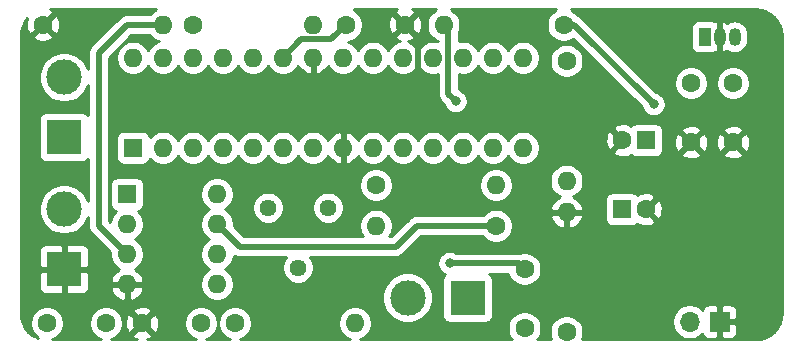
<source format=gbr>
G04 #@! TF.GenerationSoftware,KiCad,Pcbnew,(5.1.7)-1*
G04 #@! TF.CreationDate,2021-11-25T13:16:34-06:00*
G04 #@! TF.ProjectId,GuitarMicroBoard,47756974-6172-44d6-9963-726f426f6172,rev?*
G04 #@! TF.SameCoordinates,Original*
G04 #@! TF.FileFunction,Copper,L2,Bot*
G04 #@! TF.FilePolarity,Positive*
%FSLAX46Y46*%
G04 Gerber Fmt 4.6, Leading zero omitted, Abs format (unit mm)*
G04 Created by KiCad (PCBNEW (5.1.7)-1) date 2021-11-25 13:16:34*
%MOMM*%
%LPD*%
G01*
G04 APERTURE LIST*
G04 #@! TA.AperFunction,ComponentPad*
%ADD10C,1.600000*%
G04 #@! TD*
G04 #@! TA.AperFunction,ComponentPad*
%ADD11R,1.600000X1.600000*%
G04 #@! TD*
G04 #@! TA.AperFunction,ComponentPad*
%ADD12C,3.000000*%
G04 #@! TD*
G04 #@! TA.AperFunction,ComponentPad*
%ADD13R,3.000000X3.000000*%
G04 #@! TD*
G04 #@! TA.AperFunction,ComponentPad*
%ADD14O,1.600000X1.600000*%
G04 #@! TD*
G04 #@! TA.AperFunction,ComponentPad*
%ADD15C,1.440000*%
G04 #@! TD*
G04 #@! TA.AperFunction,ComponentPad*
%ADD16O,1.050000X1.500000*%
G04 #@! TD*
G04 #@! TA.AperFunction,ComponentPad*
%ADD17R,1.050000X1.500000*%
G04 #@! TD*
G04 #@! TA.AperFunction,ComponentPad*
%ADD18R,1.700000X1.700000*%
G04 #@! TD*
G04 #@! TA.AperFunction,ComponentPad*
%ADD19O,1.700000X1.700000*%
G04 #@! TD*
G04 #@! TA.AperFunction,ViaPad*
%ADD20C,0.800000*%
G04 #@! TD*
G04 #@! TA.AperFunction,Conductor*
%ADD21C,0.500000*%
G04 #@! TD*
G04 #@! TA.AperFunction,Conductor*
%ADD22C,0.254000*%
G04 #@! TD*
G04 #@! TA.AperFunction,Conductor*
%ADD23C,0.100000*%
G04 #@! TD*
G04 APERTURE END LIST*
D10*
G04 #@! TO.P,C3,2*
G04 #@! TO.N,GND*
X173704000Y-107696000D03*
D11*
G04 #@! TO.P,C3,1*
G04 #@! TO.N,Net-(C3-Pad1)*
X171704000Y-107696000D03*
G04 #@! TD*
G04 #@! TO.P,C6,1*
G04 #@! TO.N,/VREF*
X173736000Y-101854000D03*
D10*
G04 #@! TO.P,C6,2*
G04 #@! TO.N,GND*
X171736000Y-101854000D03*
G04 #@! TD*
D12*
G04 #@! TO.P,J2,2*
G04 #@! TO.N,+3V3*
X124460000Y-107696000D03*
D13*
G04 #@! TO.P,J2,1*
G04 #@! TO.N,GND*
X124460000Y-112776000D03*
G04 #@! TD*
G04 #@! TO.P,J3,1*
G04 #@! TO.N,/SDA*
X124460000Y-101600000D03*
D12*
G04 #@! TO.P,J3,2*
G04 #@! TO.N,/SCL*
X124460000Y-96520000D03*
G04 #@! TD*
G04 #@! TO.P,J4,2*
G04 #@! TO.N,/Guitar*
X153543000Y-115189000D03*
D13*
G04 #@! TO.P,J4,1*
G04 #@! TO.N,/ButtonB*
X158623000Y-115189000D03*
G04 #@! TD*
D14*
G04 #@! TO.P,R1,2*
G04 #@! TO.N,GND*
X167005000Y-107950000D03*
D10*
G04 #@! TO.P,R1,1*
G04 #@! TO.N,/Guitar*
X167005000Y-118110000D03*
G04 #@! TD*
G04 #@! TO.P,R2,1*
G04 #@! TO.N,Net-(C1-Pad1)*
X166751000Y-92075000D03*
D14*
G04 #@! TO.P,R2,2*
G04 #@! TO.N,/VREF*
X156591000Y-92075000D03*
G04 #@! TD*
D10*
G04 #@! TO.P,R3,1*
G04 #@! TO.N,Net-(C2-Pad2)*
X138938000Y-117348000D03*
D14*
G04 #@! TO.P,R3,2*
G04 #@! TO.N,Net-(C1-Pad1)*
X149098000Y-117348000D03*
G04 #@! TD*
G04 #@! TO.P,R4,2*
G04 #@! TO.N,Net-(C3-Pad1)*
X161036000Y-105664000D03*
D10*
G04 #@! TO.P,R4,1*
G04 #@! TO.N,Net-(R4-Pad1)*
X150876000Y-105664000D03*
G04 #@! TD*
D14*
G04 #@! TO.P,R5,2*
G04 #@! TO.N,Net-(C4-Pad1)*
X150876000Y-109093000D03*
D10*
G04 #@! TO.P,R5,1*
G04 #@! TO.N,Net-(C4-Pad2)*
X161036000Y-109093000D03*
G04 #@! TD*
G04 #@! TO.P,R6,1*
G04 #@! TO.N,/A0*
X167005000Y-95123000D03*
D14*
G04 #@! TO.P,R6,2*
G04 #@! TO.N,Net-(C4-Pad2)*
X167005000Y-105283000D03*
G04 #@! TD*
G04 #@! TO.P,R7,2*
G04 #@! TO.N,+3V3*
X145542000Y-92075000D03*
D10*
G04 #@! TO.P,R7,1*
G04 #@! TO.N,/VREF*
X135382000Y-92075000D03*
G04 #@! TD*
G04 #@! TO.P,R8,1*
G04 #@! TO.N,GND*
X122682000Y-92075000D03*
D14*
G04 #@! TO.P,R8,2*
G04 #@! TO.N,/VREF*
X132842000Y-92075000D03*
G04 #@! TD*
D15*
G04 #@! TO.P,RV1,3*
G04 #@! TO.N,Net-(C4-Pad1)*
X146812000Y-107569000D03*
G04 #@! TO.P,RV1,2*
X144272000Y-112649000D03*
G04 #@! TO.P,RV1,1*
G04 #@! TO.N,Net-(R4-Pad1)*
X141732000Y-107569000D03*
G04 #@! TD*
D11*
G04 #@! TO.P,U1,1*
G04 #@! TO.N,N/C*
X130302000Y-102489000D03*
D14*
G04 #@! TO.P,U1,15*
X163322000Y-94869000D03*
G04 #@! TO.P,U1,2*
X132842000Y-102489000D03*
G04 #@! TO.P,U1,16*
X160782000Y-94869000D03*
G04 #@! TO.P,U1,3*
X135382000Y-102489000D03*
G04 #@! TO.P,U1,17*
X158242000Y-94869000D03*
G04 #@! TO.P,U1,4*
X137922000Y-102489000D03*
G04 #@! TO.P,U1,18*
X155702000Y-94869000D03*
G04 #@! TO.P,U1,5*
X140462000Y-102489000D03*
G04 #@! TO.P,U1,19*
X153162000Y-94869000D03*
G04 #@! TO.P,U1,6*
X143002000Y-102489000D03*
G04 #@! TO.P,U1,20*
G04 #@! TO.N,+3V3*
X150622000Y-94869000D03*
G04 #@! TO.P,U1,7*
X145542000Y-102489000D03*
G04 #@! TO.P,U1,21*
G04 #@! TO.N,N/C*
X148082000Y-94869000D03*
G04 #@! TO.P,U1,8*
G04 #@! TO.N,GND*
X148082000Y-102489000D03*
G04 #@! TO.P,U1,22*
X145542000Y-94869000D03*
G04 #@! TO.P,U1,9*
G04 #@! TO.N,N/C*
X150622000Y-102489000D03*
G04 #@! TO.P,U1,23*
G04 #@! TO.N,/A0*
X143002000Y-94869000D03*
G04 #@! TO.P,U1,10*
G04 #@! TO.N,N/C*
X153162000Y-102489000D03*
G04 #@! TO.P,U1,24*
X140462000Y-94869000D03*
G04 #@! TO.P,U1,11*
X155702000Y-102489000D03*
G04 #@! TO.P,U1,25*
X137922000Y-94869000D03*
G04 #@! TO.P,U1,12*
G04 #@! TO.N,/ButtonB*
X158242000Y-102489000D03*
G04 #@! TO.P,U1,26*
G04 #@! TO.N,N/C*
X135382000Y-94869000D03*
G04 #@! TO.P,U1,13*
X160782000Y-102489000D03*
G04 #@! TO.P,U1,27*
G04 #@! TO.N,/SDA*
X132842000Y-94869000D03*
G04 #@! TO.P,U1,14*
G04 #@! TO.N,N/C*
X163322000Y-102489000D03*
G04 #@! TO.P,U1,28*
G04 #@! TO.N,/SCL*
X130302000Y-94869000D03*
G04 #@! TD*
D11*
G04 #@! TO.P,U2,1*
G04 #@! TO.N,Net-(U2-Pad1)*
X129794000Y-106426000D03*
D14*
G04 #@! TO.P,U2,5*
G04 #@! TO.N,Net-(C2-Pad2)*
X137414000Y-114046000D03*
G04 #@! TO.P,U2,2*
G04 #@! TO.N,Net-(U2-Pad1)*
X129794000Y-108966000D03*
G04 #@! TO.P,U2,6*
G04 #@! TO.N,Net-(C4-Pad1)*
X137414000Y-111506000D03*
G04 #@! TO.P,U2,3*
G04 #@! TO.N,/VREF*
X129794000Y-111506000D03*
G04 #@! TO.P,U2,7*
G04 #@! TO.N,Net-(C4-Pad2)*
X137414000Y-108966000D03*
G04 #@! TO.P,U2,4*
G04 #@! TO.N,GND*
X129794000Y-114046000D03*
G04 #@! TO.P,U2,8*
G04 #@! TO.N,+3V3*
X137414000Y-106426000D03*
G04 #@! TD*
D16*
G04 #@! TO.P,U3,2*
G04 #@! TO.N,GND*
X179959000Y-93091000D03*
G04 #@! TO.P,U3,3*
G04 #@! TO.N,+9V*
X181229000Y-93091000D03*
D17*
G04 #@! TO.P,U3,1*
G04 #@! TO.N,+3V3*
X178689000Y-93091000D03*
G04 #@! TD*
D18*
G04 #@! TO.P,J1,1*
G04 #@! TO.N,GND*
X179959000Y-117221000D03*
D19*
G04 #@! TO.P,J1,2*
G04 #@! TO.N,+9V*
X177419000Y-117221000D03*
G04 #@! TD*
D10*
G04 #@! TO.P,C1,2*
G04 #@! TO.N,/Guitar*
X163449000Y-117776000D03*
G04 #@! TO.P,C1,1*
G04 #@! TO.N,Net-(C1-Pad1)*
X163449000Y-112776000D03*
G04 #@! TD*
G04 #@! TO.P,C2,1*
G04 #@! TO.N,GND*
X131064000Y-117348000D03*
G04 #@! TO.P,C2,2*
G04 #@! TO.N,Net-(C2-Pad2)*
X136064000Y-117348000D03*
G04 #@! TD*
G04 #@! TO.P,C4,1*
G04 #@! TO.N,Net-(C4-Pad1)*
X128016000Y-117348000D03*
G04 #@! TO.P,C4,2*
G04 #@! TO.N,Net-(C4-Pad2)*
X123016000Y-117348000D03*
G04 #@! TD*
G04 #@! TO.P,C5,2*
G04 #@! TO.N,GND*
X153336000Y-92075000D03*
G04 #@! TO.P,C5,1*
G04 #@! TO.N,/A0*
X148336000Y-92075000D03*
G04 #@! TD*
G04 #@! TO.P,C7,2*
G04 #@! TO.N,GND*
X181102000Y-102028000D03*
G04 #@! TO.P,C7,1*
G04 #@! TO.N,+9V*
X181102000Y-97028000D03*
G04 #@! TD*
G04 #@! TO.P,C8,1*
G04 #@! TO.N,+3V3*
X177546000Y-97028000D03*
G04 #@! TO.P,C8,2*
G04 #@! TO.N,GND*
X177546000Y-102028000D03*
G04 #@! TD*
D20*
G04 #@! TO.N,Net-(C1-Pad1)*
X157099000Y-112268000D03*
X174371000Y-98806000D03*
G04 #@! TO.N,GND*
X159766000Y-91948000D03*
X150876000Y-91948000D03*
X154305000Y-98425000D03*
G04 #@! TO.N,/VREF*
X157607000Y-98552000D03*
G04 #@! TD*
D21*
G04 #@! TO.N,Net-(C1-Pad1)*
X162941000Y-112268000D02*
X163449000Y-112776000D01*
X157099000Y-112268000D02*
X162941000Y-112268000D01*
X167640000Y-92075000D02*
X166751000Y-92075000D01*
X174371000Y-98806000D02*
X167640000Y-92075000D01*
G04 #@! TO.N,GND*
X154451999Y-98278001D02*
X154305000Y-98425000D01*
X154451999Y-93190999D02*
X154451999Y-98278001D01*
X153336000Y-92075000D02*
X154451999Y-93190999D01*
G04 #@! TO.N,Net-(C4-Pad2)*
X161036000Y-109093000D02*
X154305000Y-109093000D01*
X154305000Y-109093000D02*
X152527000Y-110871000D01*
X139319000Y-110871000D02*
X137414000Y-108966000D01*
X152527000Y-110871000D02*
X139319000Y-110871000D01*
G04 #@! TO.N,/A0*
X147085999Y-93325001D02*
X148336000Y-92075000D01*
X144545999Y-93325001D02*
X147085999Y-93325001D01*
X143002000Y-94869000D02*
X144545999Y-93325001D01*
G04 #@! TO.N,/VREF*
X129794000Y-111506000D02*
X127381000Y-109093000D01*
X127381000Y-109093000D02*
X127381000Y-94488000D01*
X129794000Y-92075000D02*
X132842000Y-92075000D01*
X127381000Y-94488000D02*
X129794000Y-92075000D01*
X156991999Y-97936999D02*
X156991999Y-92475999D01*
X156991999Y-92475999D02*
X156591000Y-92075000D01*
X157607000Y-98552000D02*
X156991999Y-97936999D01*
G04 #@! TD*
D22*
G04 #@! TO.N,GND*
X132162273Y-90803320D02*
X131927241Y-90960363D01*
X131727363Y-91160241D01*
X131707479Y-91190000D01*
X129837465Y-91190000D01*
X129793999Y-91185719D01*
X129750533Y-91190000D01*
X129750523Y-91190000D01*
X129620510Y-91202805D01*
X129453687Y-91253411D01*
X129299941Y-91335589D01*
X129298129Y-91337076D01*
X129198953Y-91418468D01*
X129198951Y-91418470D01*
X129165183Y-91446183D01*
X129137470Y-91479951D01*
X126785951Y-93831471D01*
X126752184Y-93859183D01*
X126724471Y-93892951D01*
X126724468Y-93892954D01*
X126641590Y-93993941D01*
X126559412Y-94147687D01*
X126508805Y-94314510D01*
X126491719Y-94488000D01*
X126496001Y-94531479D01*
X126496001Y-95856318D01*
X126352012Y-95508698D01*
X126118363Y-95159017D01*
X125820983Y-94861637D01*
X125471302Y-94627988D01*
X125082756Y-94467047D01*
X124670279Y-94385000D01*
X124249721Y-94385000D01*
X123837244Y-94467047D01*
X123448698Y-94627988D01*
X123099017Y-94861637D01*
X122801637Y-95159017D01*
X122567988Y-95508698D01*
X122407047Y-95897244D01*
X122325000Y-96309721D01*
X122325000Y-96730279D01*
X122407047Y-97142756D01*
X122567988Y-97531302D01*
X122801637Y-97880983D01*
X123099017Y-98178363D01*
X123448698Y-98412012D01*
X123837244Y-98572953D01*
X124249721Y-98655000D01*
X124670279Y-98655000D01*
X125082756Y-98572953D01*
X125471302Y-98412012D01*
X125820983Y-98178363D01*
X126118363Y-97880983D01*
X126352012Y-97531302D01*
X126496001Y-97183682D01*
X126496001Y-99755728D01*
X126490537Y-99745506D01*
X126411185Y-99648815D01*
X126314494Y-99569463D01*
X126204180Y-99510498D01*
X126084482Y-99474188D01*
X125960000Y-99461928D01*
X122960000Y-99461928D01*
X122835518Y-99474188D01*
X122715820Y-99510498D01*
X122605506Y-99569463D01*
X122508815Y-99648815D01*
X122429463Y-99745506D01*
X122370498Y-99855820D01*
X122334188Y-99975518D01*
X122321928Y-100100000D01*
X122321928Y-103100000D01*
X122334188Y-103224482D01*
X122370498Y-103344180D01*
X122429463Y-103454494D01*
X122508815Y-103551185D01*
X122605506Y-103630537D01*
X122715820Y-103689502D01*
X122835518Y-103725812D01*
X122960000Y-103738072D01*
X125960000Y-103738072D01*
X126084482Y-103725812D01*
X126204180Y-103689502D01*
X126314494Y-103630537D01*
X126411185Y-103551185D01*
X126490537Y-103454494D01*
X126496000Y-103444273D01*
X126496000Y-107032316D01*
X126352012Y-106684698D01*
X126118363Y-106335017D01*
X125820983Y-106037637D01*
X125471302Y-105803988D01*
X125082756Y-105643047D01*
X124670279Y-105561000D01*
X124249721Y-105561000D01*
X123837244Y-105643047D01*
X123448698Y-105803988D01*
X123099017Y-106037637D01*
X122801637Y-106335017D01*
X122567988Y-106684698D01*
X122407047Y-107073244D01*
X122325000Y-107485721D01*
X122325000Y-107906279D01*
X122407047Y-108318756D01*
X122567988Y-108707302D01*
X122801637Y-109056983D01*
X123099017Y-109354363D01*
X123448698Y-109588012D01*
X123837244Y-109748953D01*
X124249721Y-109831000D01*
X124670279Y-109831000D01*
X125082756Y-109748953D01*
X125471302Y-109588012D01*
X125820983Y-109354363D01*
X126118363Y-109056983D01*
X126352012Y-108707302D01*
X126496000Y-108359684D01*
X126496000Y-109049531D01*
X126491719Y-109093000D01*
X126496000Y-109136469D01*
X126496000Y-109136476D01*
X126500389Y-109181037D01*
X126508805Y-109266490D01*
X126520886Y-109306313D01*
X126559411Y-109433312D01*
X126641589Y-109587058D01*
X126752183Y-109721817D01*
X126785956Y-109749534D01*
X128365983Y-111329561D01*
X128359000Y-111364665D01*
X128359000Y-111647335D01*
X128414147Y-111924574D01*
X128522320Y-112185727D01*
X128679363Y-112420759D01*
X128879241Y-112620637D01*
X129114273Y-112777680D01*
X129124865Y-112782067D01*
X128938869Y-112893615D01*
X128730481Y-113082586D01*
X128562963Y-113308580D01*
X128442754Y-113562913D01*
X128402096Y-113696961D01*
X128524085Y-113919000D01*
X129667000Y-113919000D01*
X129667000Y-113899000D01*
X129921000Y-113899000D01*
X129921000Y-113919000D01*
X131063915Y-113919000D01*
X131185904Y-113696961D01*
X131145246Y-113562913D01*
X131025037Y-113308580D01*
X130857519Y-113082586D01*
X130649131Y-112893615D01*
X130463135Y-112782067D01*
X130473727Y-112777680D01*
X130708759Y-112620637D01*
X130908637Y-112420759D01*
X131065680Y-112185727D01*
X131173853Y-111924574D01*
X131229000Y-111647335D01*
X131229000Y-111364665D01*
X131173853Y-111087426D01*
X131065680Y-110826273D01*
X130908637Y-110591241D01*
X130708759Y-110391363D01*
X130476241Y-110236000D01*
X130708759Y-110080637D01*
X130908637Y-109880759D01*
X131065680Y-109645727D01*
X131173853Y-109384574D01*
X131229000Y-109107335D01*
X131229000Y-108824665D01*
X131173853Y-108547426D01*
X131065680Y-108286273D01*
X130908637Y-108051241D01*
X130710039Y-107852643D01*
X130718482Y-107851812D01*
X130838180Y-107815502D01*
X130948494Y-107756537D01*
X131045185Y-107677185D01*
X131124537Y-107580494D01*
X131183502Y-107470180D01*
X131219812Y-107350482D01*
X131232072Y-107226000D01*
X131232072Y-106284665D01*
X135979000Y-106284665D01*
X135979000Y-106567335D01*
X136034147Y-106844574D01*
X136142320Y-107105727D01*
X136299363Y-107340759D01*
X136499241Y-107540637D01*
X136731759Y-107696000D01*
X136499241Y-107851363D01*
X136299363Y-108051241D01*
X136142320Y-108286273D01*
X136034147Y-108547426D01*
X135979000Y-108824665D01*
X135979000Y-109107335D01*
X136034147Y-109384574D01*
X136142320Y-109645727D01*
X136299363Y-109880759D01*
X136499241Y-110080637D01*
X136731759Y-110236000D01*
X136499241Y-110391363D01*
X136299363Y-110591241D01*
X136142320Y-110826273D01*
X136034147Y-111087426D01*
X135979000Y-111364665D01*
X135979000Y-111647335D01*
X136034147Y-111924574D01*
X136142320Y-112185727D01*
X136299363Y-112420759D01*
X136499241Y-112620637D01*
X136731759Y-112776000D01*
X136499241Y-112931363D01*
X136299363Y-113131241D01*
X136142320Y-113366273D01*
X136034147Y-113627426D01*
X135979000Y-113904665D01*
X135979000Y-114187335D01*
X136034147Y-114464574D01*
X136142320Y-114725727D01*
X136299363Y-114960759D01*
X136499241Y-115160637D01*
X136734273Y-115317680D01*
X136995426Y-115425853D01*
X137272665Y-115481000D01*
X137555335Y-115481000D01*
X137832574Y-115425853D01*
X138093727Y-115317680D01*
X138328759Y-115160637D01*
X138510675Y-114978721D01*
X151408000Y-114978721D01*
X151408000Y-115399279D01*
X151490047Y-115811756D01*
X151650988Y-116200302D01*
X151884637Y-116549983D01*
X152182017Y-116847363D01*
X152531698Y-117081012D01*
X152920244Y-117241953D01*
X153332721Y-117324000D01*
X153753279Y-117324000D01*
X154165756Y-117241953D01*
X154554302Y-117081012D01*
X154903983Y-116847363D01*
X155201363Y-116549983D01*
X155435012Y-116200302D01*
X155595953Y-115811756D01*
X155678000Y-115399279D01*
X155678000Y-114978721D01*
X155595953Y-114566244D01*
X155435012Y-114177698D01*
X155201363Y-113828017D01*
X154903983Y-113530637D01*
X154554302Y-113296988D01*
X154165756Y-113136047D01*
X153753279Y-113054000D01*
X153332721Y-113054000D01*
X152920244Y-113136047D01*
X152531698Y-113296988D01*
X152182017Y-113530637D01*
X151884637Y-113828017D01*
X151650988Y-114177698D01*
X151490047Y-114566244D01*
X151408000Y-114978721D01*
X138510675Y-114978721D01*
X138528637Y-114960759D01*
X138685680Y-114725727D01*
X138793853Y-114464574D01*
X138849000Y-114187335D01*
X138849000Y-113904665D01*
X138793853Y-113627426D01*
X138685680Y-113366273D01*
X138528637Y-113131241D01*
X138328759Y-112931363D01*
X138096241Y-112776000D01*
X138328759Y-112620637D01*
X138528637Y-112420759D01*
X138685680Y-112185727D01*
X138793853Y-111924574D01*
X138849000Y-111647335D01*
X138849000Y-111623271D01*
X138978687Y-111692589D01*
X139145510Y-111743195D01*
X139275523Y-111756000D01*
X139275531Y-111756000D01*
X139319000Y-111760281D01*
X139362469Y-111756000D01*
X143248741Y-111756000D01*
X143219503Y-111785238D01*
X143071215Y-112007167D01*
X142969072Y-112253761D01*
X142917000Y-112515544D01*
X142917000Y-112782456D01*
X142969072Y-113044239D01*
X143071215Y-113290833D01*
X143219503Y-113512762D01*
X143408238Y-113701497D01*
X143630167Y-113849785D01*
X143876761Y-113951928D01*
X144138544Y-114004000D01*
X144405456Y-114004000D01*
X144667239Y-113951928D01*
X144913833Y-113849785D01*
X145135762Y-113701497D01*
X145324497Y-113512762D01*
X145472785Y-113290833D01*
X145574928Y-113044239D01*
X145627000Y-112782456D01*
X145627000Y-112515544D01*
X145574928Y-112253761D01*
X145538602Y-112166061D01*
X156064000Y-112166061D01*
X156064000Y-112369939D01*
X156103774Y-112569898D01*
X156181795Y-112758256D01*
X156295063Y-112927774D01*
X156439226Y-113071937D01*
X156608744Y-113185205D01*
X156693262Y-113220214D01*
X156671815Y-113237815D01*
X156592463Y-113334506D01*
X156533498Y-113444820D01*
X156497188Y-113564518D01*
X156484928Y-113689000D01*
X156484928Y-116689000D01*
X156497188Y-116813482D01*
X156533498Y-116933180D01*
X156592463Y-117043494D01*
X156671815Y-117140185D01*
X156768506Y-117219537D01*
X156878820Y-117278502D01*
X156998518Y-117314812D01*
X157123000Y-117327072D01*
X160123000Y-117327072D01*
X160247482Y-117314812D01*
X160367180Y-117278502D01*
X160477494Y-117219537D01*
X160574185Y-117140185D01*
X160653537Y-117043494D01*
X160712502Y-116933180D01*
X160748812Y-116813482D01*
X160761072Y-116689000D01*
X160761072Y-113689000D01*
X160748812Y-113564518D01*
X160712502Y-113444820D01*
X160653537Y-113334506D01*
X160574185Y-113237815D01*
X160477494Y-113158463D01*
X160467274Y-113153000D01*
X162060877Y-113153000D01*
X162069147Y-113194574D01*
X162177320Y-113455727D01*
X162334363Y-113690759D01*
X162534241Y-113890637D01*
X162769273Y-114047680D01*
X163030426Y-114155853D01*
X163307665Y-114211000D01*
X163590335Y-114211000D01*
X163867574Y-114155853D01*
X164128727Y-114047680D01*
X164363759Y-113890637D01*
X164563637Y-113690759D01*
X164720680Y-113455727D01*
X164828853Y-113194574D01*
X164884000Y-112917335D01*
X164884000Y-112634665D01*
X164828853Y-112357426D01*
X164720680Y-112096273D01*
X164563637Y-111861241D01*
X164363759Y-111661363D01*
X164128727Y-111504320D01*
X163867574Y-111396147D01*
X163590335Y-111341000D01*
X163307665Y-111341000D01*
X163059415Y-111390381D01*
X162984477Y-111383000D01*
X162984469Y-111383000D01*
X162941000Y-111378719D01*
X162897531Y-111383000D01*
X157637454Y-111383000D01*
X157589256Y-111350795D01*
X157400898Y-111272774D01*
X157200939Y-111233000D01*
X156997061Y-111233000D01*
X156797102Y-111272774D01*
X156608744Y-111350795D01*
X156439226Y-111464063D01*
X156295063Y-111608226D01*
X156181795Y-111777744D01*
X156103774Y-111966102D01*
X156064000Y-112166061D01*
X145538602Y-112166061D01*
X145472785Y-112007167D01*
X145324497Y-111785238D01*
X145295259Y-111756000D01*
X152483531Y-111756000D01*
X152527000Y-111760281D01*
X152570469Y-111756000D01*
X152570477Y-111756000D01*
X152700490Y-111743195D01*
X152867313Y-111692589D01*
X153021059Y-111610411D01*
X153155817Y-111499817D01*
X153183534Y-111466044D01*
X154671579Y-109978000D01*
X159901479Y-109978000D01*
X159921363Y-110007759D01*
X160121241Y-110207637D01*
X160356273Y-110364680D01*
X160617426Y-110472853D01*
X160894665Y-110528000D01*
X161177335Y-110528000D01*
X161454574Y-110472853D01*
X161715727Y-110364680D01*
X161950759Y-110207637D01*
X162150637Y-110007759D01*
X162307680Y-109772727D01*
X162415853Y-109511574D01*
X162471000Y-109234335D01*
X162471000Y-108951665D01*
X162415853Y-108674426D01*
X162307680Y-108413273D01*
X162231353Y-108299040D01*
X165613091Y-108299040D01*
X165707930Y-108563881D01*
X165852615Y-108805131D01*
X166041586Y-109013519D01*
X166267580Y-109181037D01*
X166521913Y-109301246D01*
X166655961Y-109341904D01*
X166878000Y-109219915D01*
X166878000Y-108077000D01*
X167132000Y-108077000D01*
X167132000Y-109219915D01*
X167354039Y-109341904D01*
X167488087Y-109301246D01*
X167742420Y-109181037D01*
X167968414Y-109013519D01*
X168157385Y-108805131D01*
X168302070Y-108563881D01*
X168396909Y-108299040D01*
X168275624Y-108077000D01*
X167132000Y-108077000D01*
X166878000Y-108077000D01*
X165734376Y-108077000D01*
X165613091Y-108299040D01*
X162231353Y-108299040D01*
X162150637Y-108178241D01*
X161950759Y-107978363D01*
X161715727Y-107821320D01*
X161454574Y-107713147D01*
X161177335Y-107658000D01*
X160894665Y-107658000D01*
X160617426Y-107713147D01*
X160356273Y-107821320D01*
X160121241Y-107978363D01*
X159921363Y-108178241D01*
X159901479Y-108208000D01*
X154348469Y-108208000D01*
X154305000Y-108203719D01*
X154261531Y-108208000D01*
X154261523Y-108208000D01*
X154131510Y-108220805D01*
X153964687Y-108271411D01*
X153876110Y-108318756D01*
X153810941Y-108353589D01*
X153709953Y-108436468D01*
X153709951Y-108436470D01*
X153676183Y-108464183D01*
X153648470Y-108497951D01*
X152160422Y-109986000D01*
X152005176Y-109986000D01*
X152147680Y-109772727D01*
X152255853Y-109511574D01*
X152311000Y-109234335D01*
X152311000Y-108951665D01*
X152255853Y-108674426D01*
X152147680Y-108413273D01*
X151990637Y-108178241D01*
X151790759Y-107978363D01*
X151555727Y-107821320D01*
X151294574Y-107713147D01*
X151017335Y-107658000D01*
X150734665Y-107658000D01*
X150457426Y-107713147D01*
X150196273Y-107821320D01*
X149961241Y-107978363D01*
X149761363Y-108178241D01*
X149604320Y-108413273D01*
X149496147Y-108674426D01*
X149441000Y-108951665D01*
X149441000Y-109234335D01*
X149496147Y-109511574D01*
X149604320Y-109772727D01*
X149746824Y-109986000D01*
X139685579Y-109986000D01*
X138842017Y-109142439D01*
X138849000Y-109107335D01*
X138849000Y-108824665D01*
X138793853Y-108547426D01*
X138685680Y-108286273D01*
X138528637Y-108051241D01*
X138328759Y-107851363D01*
X138096241Y-107696000D01*
X138328759Y-107540637D01*
X138433852Y-107435544D01*
X140377000Y-107435544D01*
X140377000Y-107702456D01*
X140429072Y-107964239D01*
X140531215Y-108210833D01*
X140679503Y-108432762D01*
X140868238Y-108621497D01*
X141090167Y-108769785D01*
X141336761Y-108871928D01*
X141598544Y-108924000D01*
X141865456Y-108924000D01*
X142127239Y-108871928D01*
X142373833Y-108769785D01*
X142595762Y-108621497D01*
X142784497Y-108432762D01*
X142932785Y-108210833D01*
X143034928Y-107964239D01*
X143087000Y-107702456D01*
X143087000Y-107435544D01*
X145457000Y-107435544D01*
X145457000Y-107702456D01*
X145509072Y-107964239D01*
X145611215Y-108210833D01*
X145759503Y-108432762D01*
X145948238Y-108621497D01*
X146170167Y-108769785D01*
X146416761Y-108871928D01*
X146678544Y-108924000D01*
X146945456Y-108924000D01*
X147207239Y-108871928D01*
X147453833Y-108769785D01*
X147675762Y-108621497D01*
X147864497Y-108432762D01*
X148012785Y-108210833D01*
X148114928Y-107964239D01*
X148167000Y-107702456D01*
X148167000Y-107435544D01*
X148114928Y-107173761D01*
X148012785Y-106927167D01*
X147864497Y-106705238D01*
X147675762Y-106516503D01*
X147453833Y-106368215D01*
X147207239Y-106266072D01*
X146945456Y-106214000D01*
X146678544Y-106214000D01*
X146416761Y-106266072D01*
X146170167Y-106368215D01*
X145948238Y-106516503D01*
X145759503Y-106705238D01*
X145611215Y-106927167D01*
X145509072Y-107173761D01*
X145457000Y-107435544D01*
X143087000Y-107435544D01*
X143034928Y-107173761D01*
X142932785Y-106927167D01*
X142784497Y-106705238D01*
X142595762Y-106516503D01*
X142373833Y-106368215D01*
X142127239Y-106266072D01*
X141865456Y-106214000D01*
X141598544Y-106214000D01*
X141336761Y-106266072D01*
X141090167Y-106368215D01*
X140868238Y-106516503D01*
X140679503Y-106705238D01*
X140531215Y-106927167D01*
X140429072Y-107173761D01*
X140377000Y-107435544D01*
X138433852Y-107435544D01*
X138528637Y-107340759D01*
X138685680Y-107105727D01*
X138793853Y-106844574D01*
X138849000Y-106567335D01*
X138849000Y-106284665D01*
X138793853Y-106007426D01*
X138685680Y-105746273D01*
X138536271Y-105522665D01*
X149441000Y-105522665D01*
X149441000Y-105805335D01*
X149496147Y-106082574D01*
X149604320Y-106343727D01*
X149761363Y-106578759D01*
X149961241Y-106778637D01*
X150196273Y-106935680D01*
X150457426Y-107043853D01*
X150734665Y-107099000D01*
X151017335Y-107099000D01*
X151294574Y-107043853D01*
X151555727Y-106935680D01*
X151790759Y-106778637D01*
X151990637Y-106578759D01*
X152147680Y-106343727D01*
X152255853Y-106082574D01*
X152311000Y-105805335D01*
X152311000Y-105522665D01*
X159601000Y-105522665D01*
X159601000Y-105805335D01*
X159656147Y-106082574D01*
X159764320Y-106343727D01*
X159921363Y-106578759D01*
X160121241Y-106778637D01*
X160356273Y-106935680D01*
X160617426Y-107043853D01*
X160894665Y-107099000D01*
X161177335Y-107099000D01*
X161454574Y-107043853D01*
X161715727Y-106935680D01*
X161950759Y-106778637D01*
X162150637Y-106578759D01*
X162307680Y-106343727D01*
X162415853Y-106082574D01*
X162471000Y-105805335D01*
X162471000Y-105522665D01*
X162415853Y-105245426D01*
X162372874Y-105141665D01*
X165570000Y-105141665D01*
X165570000Y-105424335D01*
X165625147Y-105701574D01*
X165733320Y-105962727D01*
X165890363Y-106197759D01*
X166090241Y-106397637D01*
X166325273Y-106554680D01*
X166479768Y-106618674D01*
X166267580Y-106718963D01*
X166041586Y-106886481D01*
X165852615Y-107094869D01*
X165707930Y-107336119D01*
X165613091Y-107600960D01*
X165734376Y-107823000D01*
X166878000Y-107823000D01*
X166878000Y-107803000D01*
X167132000Y-107803000D01*
X167132000Y-107823000D01*
X168275624Y-107823000D01*
X168396909Y-107600960D01*
X168302070Y-107336119D01*
X168157385Y-107094869D01*
X167977047Y-106896000D01*
X170265928Y-106896000D01*
X170265928Y-108496000D01*
X170278188Y-108620482D01*
X170314498Y-108740180D01*
X170373463Y-108850494D01*
X170452815Y-108947185D01*
X170549506Y-109026537D01*
X170659820Y-109085502D01*
X170779518Y-109121812D01*
X170904000Y-109134072D01*
X172504000Y-109134072D01*
X172628482Y-109121812D01*
X172748180Y-109085502D01*
X172858494Y-109026537D01*
X172955185Y-108947185D01*
X172965807Y-108934242D01*
X173217996Y-109053571D01*
X173492184Y-109122300D01*
X173774512Y-109136217D01*
X174054130Y-109094787D01*
X174320292Y-108999603D01*
X174445514Y-108932671D01*
X174517097Y-108688702D01*
X173704000Y-107875605D01*
X173689858Y-107889748D01*
X173510253Y-107710143D01*
X173524395Y-107696000D01*
X173883605Y-107696000D01*
X174696702Y-108509097D01*
X174940671Y-108437514D01*
X175061571Y-108182004D01*
X175130300Y-107907816D01*
X175144217Y-107625488D01*
X175102787Y-107345870D01*
X175007603Y-107079708D01*
X174940671Y-106954486D01*
X174696702Y-106882903D01*
X173883605Y-107696000D01*
X173524395Y-107696000D01*
X173510253Y-107681858D01*
X173689858Y-107502253D01*
X173704000Y-107516395D01*
X174517097Y-106703298D01*
X174445514Y-106459329D01*
X174190004Y-106338429D01*
X173915816Y-106269700D01*
X173633488Y-106255783D01*
X173353870Y-106297213D01*
X173087708Y-106392397D01*
X172965691Y-106457616D01*
X172955185Y-106444815D01*
X172858494Y-106365463D01*
X172748180Y-106306498D01*
X172628482Y-106270188D01*
X172504000Y-106257928D01*
X170904000Y-106257928D01*
X170779518Y-106270188D01*
X170659820Y-106306498D01*
X170549506Y-106365463D01*
X170452815Y-106444815D01*
X170373463Y-106541506D01*
X170314498Y-106651820D01*
X170278188Y-106771518D01*
X170265928Y-106896000D01*
X167977047Y-106896000D01*
X167968414Y-106886481D01*
X167742420Y-106718963D01*
X167530232Y-106618674D01*
X167684727Y-106554680D01*
X167919759Y-106397637D01*
X168119637Y-106197759D01*
X168276680Y-105962727D01*
X168384853Y-105701574D01*
X168440000Y-105424335D01*
X168440000Y-105141665D01*
X168384853Y-104864426D01*
X168276680Y-104603273D01*
X168119637Y-104368241D01*
X167919759Y-104168363D01*
X167684727Y-104011320D01*
X167423574Y-103903147D01*
X167146335Y-103848000D01*
X166863665Y-103848000D01*
X166586426Y-103903147D01*
X166325273Y-104011320D01*
X166090241Y-104168363D01*
X165890363Y-104368241D01*
X165733320Y-104603273D01*
X165625147Y-104864426D01*
X165570000Y-105141665D01*
X162372874Y-105141665D01*
X162307680Y-104984273D01*
X162150637Y-104749241D01*
X161950759Y-104549363D01*
X161715727Y-104392320D01*
X161454574Y-104284147D01*
X161177335Y-104229000D01*
X160894665Y-104229000D01*
X160617426Y-104284147D01*
X160356273Y-104392320D01*
X160121241Y-104549363D01*
X159921363Y-104749241D01*
X159764320Y-104984273D01*
X159656147Y-105245426D01*
X159601000Y-105522665D01*
X152311000Y-105522665D01*
X152255853Y-105245426D01*
X152147680Y-104984273D01*
X151990637Y-104749241D01*
X151790759Y-104549363D01*
X151555727Y-104392320D01*
X151294574Y-104284147D01*
X151017335Y-104229000D01*
X150734665Y-104229000D01*
X150457426Y-104284147D01*
X150196273Y-104392320D01*
X149961241Y-104549363D01*
X149761363Y-104749241D01*
X149604320Y-104984273D01*
X149496147Y-105245426D01*
X149441000Y-105522665D01*
X138536271Y-105522665D01*
X138528637Y-105511241D01*
X138328759Y-105311363D01*
X138093727Y-105154320D01*
X137832574Y-105046147D01*
X137555335Y-104991000D01*
X137272665Y-104991000D01*
X136995426Y-105046147D01*
X136734273Y-105154320D01*
X136499241Y-105311363D01*
X136299363Y-105511241D01*
X136142320Y-105746273D01*
X136034147Y-106007426D01*
X135979000Y-106284665D01*
X131232072Y-106284665D01*
X131232072Y-105626000D01*
X131219812Y-105501518D01*
X131183502Y-105381820D01*
X131124537Y-105271506D01*
X131045185Y-105174815D01*
X130948494Y-105095463D01*
X130838180Y-105036498D01*
X130718482Y-105000188D01*
X130594000Y-104987928D01*
X128994000Y-104987928D01*
X128869518Y-105000188D01*
X128749820Y-105036498D01*
X128639506Y-105095463D01*
X128542815Y-105174815D01*
X128463463Y-105271506D01*
X128404498Y-105381820D01*
X128368188Y-105501518D01*
X128355928Y-105626000D01*
X128355928Y-107226000D01*
X128368188Y-107350482D01*
X128404498Y-107470180D01*
X128463463Y-107580494D01*
X128542815Y-107677185D01*
X128639506Y-107756537D01*
X128749820Y-107815502D01*
X128869518Y-107851812D01*
X128877961Y-107852643D01*
X128679363Y-108051241D01*
X128522320Y-108286273D01*
X128414147Y-108547426D01*
X128359870Y-108820292D01*
X128266000Y-108726422D01*
X128266000Y-101689000D01*
X128863928Y-101689000D01*
X128863928Y-103289000D01*
X128876188Y-103413482D01*
X128912498Y-103533180D01*
X128971463Y-103643494D01*
X129050815Y-103740185D01*
X129147506Y-103819537D01*
X129257820Y-103878502D01*
X129377518Y-103914812D01*
X129502000Y-103927072D01*
X131102000Y-103927072D01*
X131226482Y-103914812D01*
X131346180Y-103878502D01*
X131456494Y-103819537D01*
X131553185Y-103740185D01*
X131632537Y-103643494D01*
X131691502Y-103533180D01*
X131727812Y-103413482D01*
X131728643Y-103405039D01*
X131927241Y-103603637D01*
X132162273Y-103760680D01*
X132423426Y-103868853D01*
X132700665Y-103924000D01*
X132983335Y-103924000D01*
X133260574Y-103868853D01*
X133521727Y-103760680D01*
X133756759Y-103603637D01*
X133956637Y-103403759D01*
X134112000Y-103171241D01*
X134267363Y-103403759D01*
X134467241Y-103603637D01*
X134702273Y-103760680D01*
X134963426Y-103868853D01*
X135240665Y-103924000D01*
X135523335Y-103924000D01*
X135800574Y-103868853D01*
X136061727Y-103760680D01*
X136296759Y-103603637D01*
X136496637Y-103403759D01*
X136652000Y-103171241D01*
X136807363Y-103403759D01*
X137007241Y-103603637D01*
X137242273Y-103760680D01*
X137503426Y-103868853D01*
X137780665Y-103924000D01*
X138063335Y-103924000D01*
X138340574Y-103868853D01*
X138601727Y-103760680D01*
X138836759Y-103603637D01*
X139036637Y-103403759D01*
X139192000Y-103171241D01*
X139347363Y-103403759D01*
X139547241Y-103603637D01*
X139782273Y-103760680D01*
X140043426Y-103868853D01*
X140320665Y-103924000D01*
X140603335Y-103924000D01*
X140880574Y-103868853D01*
X141141727Y-103760680D01*
X141376759Y-103603637D01*
X141576637Y-103403759D01*
X141732000Y-103171241D01*
X141887363Y-103403759D01*
X142087241Y-103603637D01*
X142322273Y-103760680D01*
X142583426Y-103868853D01*
X142860665Y-103924000D01*
X143143335Y-103924000D01*
X143420574Y-103868853D01*
X143681727Y-103760680D01*
X143916759Y-103603637D01*
X144116637Y-103403759D01*
X144272000Y-103171241D01*
X144427363Y-103403759D01*
X144627241Y-103603637D01*
X144862273Y-103760680D01*
X145123426Y-103868853D01*
X145400665Y-103924000D01*
X145683335Y-103924000D01*
X145960574Y-103868853D01*
X146221727Y-103760680D01*
X146456759Y-103603637D01*
X146656637Y-103403759D01*
X146813680Y-103168727D01*
X146818067Y-103158135D01*
X146929615Y-103344131D01*
X147118586Y-103552519D01*
X147344580Y-103720037D01*
X147598913Y-103840246D01*
X147732961Y-103880904D01*
X147955000Y-103758915D01*
X147955000Y-102616000D01*
X147935000Y-102616000D01*
X147935000Y-102362000D01*
X147955000Y-102362000D01*
X147955000Y-101219085D01*
X148209000Y-101219085D01*
X148209000Y-102362000D01*
X148229000Y-102362000D01*
X148229000Y-102616000D01*
X148209000Y-102616000D01*
X148209000Y-103758915D01*
X148431039Y-103880904D01*
X148565087Y-103840246D01*
X148819420Y-103720037D01*
X149045414Y-103552519D01*
X149234385Y-103344131D01*
X149345933Y-103158135D01*
X149350320Y-103168727D01*
X149507363Y-103403759D01*
X149707241Y-103603637D01*
X149942273Y-103760680D01*
X150203426Y-103868853D01*
X150480665Y-103924000D01*
X150763335Y-103924000D01*
X151040574Y-103868853D01*
X151301727Y-103760680D01*
X151536759Y-103603637D01*
X151736637Y-103403759D01*
X151892000Y-103171241D01*
X152047363Y-103403759D01*
X152247241Y-103603637D01*
X152482273Y-103760680D01*
X152743426Y-103868853D01*
X153020665Y-103924000D01*
X153303335Y-103924000D01*
X153580574Y-103868853D01*
X153841727Y-103760680D01*
X154076759Y-103603637D01*
X154276637Y-103403759D01*
X154432000Y-103171241D01*
X154587363Y-103403759D01*
X154787241Y-103603637D01*
X155022273Y-103760680D01*
X155283426Y-103868853D01*
X155560665Y-103924000D01*
X155843335Y-103924000D01*
X156120574Y-103868853D01*
X156381727Y-103760680D01*
X156616759Y-103603637D01*
X156816637Y-103403759D01*
X156972000Y-103171241D01*
X157127363Y-103403759D01*
X157327241Y-103603637D01*
X157562273Y-103760680D01*
X157823426Y-103868853D01*
X158100665Y-103924000D01*
X158383335Y-103924000D01*
X158660574Y-103868853D01*
X158921727Y-103760680D01*
X159156759Y-103603637D01*
X159356637Y-103403759D01*
X159512000Y-103171241D01*
X159667363Y-103403759D01*
X159867241Y-103603637D01*
X160102273Y-103760680D01*
X160363426Y-103868853D01*
X160640665Y-103924000D01*
X160923335Y-103924000D01*
X161200574Y-103868853D01*
X161461727Y-103760680D01*
X161696759Y-103603637D01*
X161896637Y-103403759D01*
X162052000Y-103171241D01*
X162207363Y-103403759D01*
X162407241Y-103603637D01*
X162642273Y-103760680D01*
X162903426Y-103868853D01*
X163180665Y-103924000D01*
X163463335Y-103924000D01*
X163740574Y-103868853D01*
X164001727Y-103760680D01*
X164236759Y-103603637D01*
X164436637Y-103403759D01*
X164593680Y-103168727D01*
X164701853Y-102907574D01*
X164757000Y-102630335D01*
X164757000Y-102347665D01*
X164701853Y-102070426D01*
X164641414Y-101924512D01*
X170295783Y-101924512D01*
X170337213Y-102204130D01*
X170432397Y-102470292D01*
X170499329Y-102595514D01*
X170743298Y-102667097D01*
X171556395Y-101854000D01*
X170743298Y-101040903D01*
X170499329Y-101112486D01*
X170378429Y-101367996D01*
X170309700Y-101642184D01*
X170295783Y-101924512D01*
X164641414Y-101924512D01*
X164593680Y-101809273D01*
X164436637Y-101574241D01*
X164236759Y-101374363D01*
X164001727Y-101217320D01*
X163740574Y-101109147D01*
X163463335Y-101054000D01*
X163180665Y-101054000D01*
X162903426Y-101109147D01*
X162642273Y-101217320D01*
X162407241Y-101374363D01*
X162207363Y-101574241D01*
X162052000Y-101806759D01*
X161896637Y-101574241D01*
X161696759Y-101374363D01*
X161461727Y-101217320D01*
X161200574Y-101109147D01*
X160923335Y-101054000D01*
X160640665Y-101054000D01*
X160363426Y-101109147D01*
X160102273Y-101217320D01*
X159867241Y-101374363D01*
X159667363Y-101574241D01*
X159512000Y-101806759D01*
X159356637Y-101574241D01*
X159156759Y-101374363D01*
X158921727Y-101217320D01*
X158660574Y-101109147D01*
X158383335Y-101054000D01*
X158100665Y-101054000D01*
X157823426Y-101109147D01*
X157562273Y-101217320D01*
X157327241Y-101374363D01*
X157127363Y-101574241D01*
X156972000Y-101806759D01*
X156816637Y-101574241D01*
X156616759Y-101374363D01*
X156381727Y-101217320D01*
X156120574Y-101109147D01*
X155843335Y-101054000D01*
X155560665Y-101054000D01*
X155283426Y-101109147D01*
X155022273Y-101217320D01*
X154787241Y-101374363D01*
X154587363Y-101574241D01*
X154432000Y-101806759D01*
X154276637Y-101574241D01*
X154076759Y-101374363D01*
X153841727Y-101217320D01*
X153580574Y-101109147D01*
X153303335Y-101054000D01*
X153020665Y-101054000D01*
X152743426Y-101109147D01*
X152482273Y-101217320D01*
X152247241Y-101374363D01*
X152047363Y-101574241D01*
X151892000Y-101806759D01*
X151736637Y-101574241D01*
X151536759Y-101374363D01*
X151301727Y-101217320D01*
X151040574Y-101109147D01*
X150763335Y-101054000D01*
X150480665Y-101054000D01*
X150203426Y-101109147D01*
X149942273Y-101217320D01*
X149707241Y-101374363D01*
X149507363Y-101574241D01*
X149350320Y-101809273D01*
X149345933Y-101819865D01*
X149234385Y-101633869D01*
X149045414Y-101425481D01*
X148819420Y-101257963D01*
X148565087Y-101137754D01*
X148431039Y-101097096D01*
X148209000Y-101219085D01*
X147955000Y-101219085D01*
X147732961Y-101097096D01*
X147598913Y-101137754D01*
X147344580Y-101257963D01*
X147118586Y-101425481D01*
X146929615Y-101633869D01*
X146818067Y-101819865D01*
X146813680Y-101809273D01*
X146656637Y-101574241D01*
X146456759Y-101374363D01*
X146221727Y-101217320D01*
X145960574Y-101109147D01*
X145683335Y-101054000D01*
X145400665Y-101054000D01*
X145123426Y-101109147D01*
X144862273Y-101217320D01*
X144627241Y-101374363D01*
X144427363Y-101574241D01*
X144272000Y-101806759D01*
X144116637Y-101574241D01*
X143916759Y-101374363D01*
X143681727Y-101217320D01*
X143420574Y-101109147D01*
X143143335Y-101054000D01*
X142860665Y-101054000D01*
X142583426Y-101109147D01*
X142322273Y-101217320D01*
X142087241Y-101374363D01*
X141887363Y-101574241D01*
X141732000Y-101806759D01*
X141576637Y-101574241D01*
X141376759Y-101374363D01*
X141141727Y-101217320D01*
X140880574Y-101109147D01*
X140603335Y-101054000D01*
X140320665Y-101054000D01*
X140043426Y-101109147D01*
X139782273Y-101217320D01*
X139547241Y-101374363D01*
X139347363Y-101574241D01*
X139192000Y-101806759D01*
X139036637Y-101574241D01*
X138836759Y-101374363D01*
X138601727Y-101217320D01*
X138340574Y-101109147D01*
X138063335Y-101054000D01*
X137780665Y-101054000D01*
X137503426Y-101109147D01*
X137242273Y-101217320D01*
X137007241Y-101374363D01*
X136807363Y-101574241D01*
X136652000Y-101806759D01*
X136496637Y-101574241D01*
X136296759Y-101374363D01*
X136061727Y-101217320D01*
X135800574Y-101109147D01*
X135523335Y-101054000D01*
X135240665Y-101054000D01*
X134963426Y-101109147D01*
X134702273Y-101217320D01*
X134467241Y-101374363D01*
X134267363Y-101574241D01*
X134112000Y-101806759D01*
X133956637Y-101574241D01*
X133756759Y-101374363D01*
X133521727Y-101217320D01*
X133260574Y-101109147D01*
X132983335Y-101054000D01*
X132700665Y-101054000D01*
X132423426Y-101109147D01*
X132162273Y-101217320D01*
X131927241Y-101374363D01*
X131728643Y-101572961D01*
X131727812Y-101564518D01*
X131691502Y-101444820D01*
X131632537Y-101334506D01*
X131553185Y-101237815D01*
X131456494Y-101158463D01*
X131346180Y-101099498D01*
X131226482Y-101063188D01*
X131102000Y-101050928D01*
X129502000Y-101050928D01*
X129377518Y-101063188D01*
X129257820Y-101099498D01*
X129147506Y-101158463D01*
X129050815Y-101237815D01*
X128971463Y-101334506D01*
X128912498Y-101444820D01*
X128876188Y-101564518D01*
X128863928Y-101689000D01*
X128266000Y-101689000D01*
X128266000Y-100861298D01*
X170922903Y-100861298D01*
X171736000Y-101674395D01*
X171750143Y-101660253D01*
X171929748Y-101839858D01*
X171915605Y-101854000D01*
X171929748Y-101868143D01*
X171750143Y-102047748D01*
X171736000Y-102033605D01*
X170922903Y-102846702D01*
X170994486Y-103090671D01*
X171249996Y-103211571D01*
X171524184Y-103280300D01*
X171806512Y-103294217D01*
X172086130Y-103252787D01*
X172352292Y-103157603D01*
X172474309Y-103092384D01*
X172484815Y-103105185D01*
X172581506Y-103184537D01*
X172691820Y-103243502D01*
X172811518Y-103279812D01*
X172936000Y-103292072D01*
X174536000Y-103292072D01*
X174660482Y-103279812D01*
X174780180Y-103243502D01*
X174890494Y-103184537D01*
X174987185Y-103105185D01*
X175056518Y-103020702D01*
X176732903Y-103020702D01*
X176804486Y-103264671D01*
X177059996Y-103385571D01*
X177334184Y-103454300D01*
X177616512Y-103468217D01*
X177896130Y-103426787D01*
X178162292Y-103331603D01*
X178287514Y-103264671D01*
X178359097Y-103020702D01*
X180288903Y-103020702D01*
X180360486Y-103264671D01*
X180615996Y-103385571D01*
X180890184Y-103454300D01*
X181172512Y-103468217D01*
X181452130Y-103426787D01*
X181718292Y-103331603D01*
X181843514Y-103264671D01*
X181915097Y-103020702D01*
X181102000Y-102207605D01*
X180288903Y-103020702D01*
X178359097Y-103020702D01*
X177546000Y-102207605D01*
X176732903Y-103020702D01*
X175056518Y-103020702D01*
X175066537Y-103008494D01*
X175125502Y-102898180D01*
X175161812Y-102778482D01*
X175174072Y-102654000D01*
X175174072Y-102098512D01*
X176105783Y-102098512D01*
X176147213Y-102378130D01*
X176242397Y-102644292D01*
X176309329Y-102769514D01*
X176553298Y-102841097D01*
X177366395Y-102028000D01*
X177725605Y-102028000D01*
X178538702Y-102841097D01*
X178782671Y-102769514D01*
X178903571Y-102514004D01*
X178972300Y-102239816D01*
X178979265Y-102098512D01*
X179661783Y-102098512D01*
X179703213Y-102378130D01*
X179798397Y-102644292D01*
X179865329Y-102769514D01*
X180109298Y-102841097D01*
X180922395Y-102028000D01*
X181281605Y-102028000D01*
X182094702Y-102841097D01*
X182338671Y-102769514D01*
X182459571Y-102514004D01*
X182528300Y-102239816D01*
X182542217Y-101957488D01*
X182500787Y-101677870D01*
X182405603Y-101411708D01*
X182338671Y-101286486D01*
X182094702Y-101214903D01*
X181281605Y-102028000D01*
X180922395Y-102028000D01*
X180109298Y-101214903D01*
X179865329Y-101286486D01*
X179744429Y-101541996D01*
X179675700Y-101816184D01*
X179661783Y-102098512D01*
X178979265Y-102098512D01*
X178986217Y-101957488D01*
X178944787Y-101677870D01*
X178849603Y-101411708D01*
X178782671Y-101286486D01*
X178538702Y-101214903D01*
X177725605Y-102028000D01*
X177366395Y-102028000D01*
X176553298Y-101214903D01*
X176309329Y-101286486D01*
X176188429Y-101541996D01*
X176119700Y-101816184D01*
X176105783Y-102098512D01*
X175174072Y-102098512D01*
X175174072Y-101054000D01*
X175172231Y-101035298D01*
X176732903Y-101035298D01*
X177546000Y-101848395D01*
X178359097Y-101035298D01*
X180288903Y-101035298D01*
X181102000Y-101848395D01*
X181915097Y-101035298D01*
X181843514Y-100791329D01*
X181588004Y-100670429D01*
X181313816Y-100601700D01*
X181031488Y-100587783D01*
X180751870Y-100629213D01*
X180485708Y-100724397D01*
X180360486Y-100791329D01*
X180288903Y-101035298D01*
X178359097Y-101035298D01*
X178287514Y-100791329D01*
X178032004Y-100670429D01*
X177757816Y-100601700D01*
X177475488Y-100587783D01*
X177195870Y-100629213D01*
X176929708Y-100724397D01*
X176804486Y-100791329D01*
X176732903Y-101035298D01*
X175172231Y-101035298D01*
X175161812Y-100929518D01*
X175125502Y-100809820D01*
X175066537Y-100699506D01*
X174987185Y-100602815D01*
X174890494Y-100523463D01*
X174780180Y-100464498D01*
X174660482Y-100428188D01*
X174536000Y-100415928D01*
X172936000Y-100415928D01*
X172811518Y-100428188D01*
X172691820Y-100464498D01*
X172581506Y-100523463D01*
X172484815Y-100602815D01*
X172474193Y-100615758D01*
X172222004Y-100496429D01*
X171947816Y-100427700D01*
X171665488Y-100413783D01*
X171385870Y-100455213D01*
X171119708Y-100550397D01*
X170994486Y-100617329D01*
X170922903Y-100861298D01*
X128266000Y-100861298D01*
X128266000Y-94854578D01*
X130160579Y-92960000D01*
X131707479Y-92960000D01*
X131727363Y-92989759D01*
X131927241Y-93189637D01*
X132162273Y-93346680D01*
X132423426Y-93454853D01*
X132509629Y-93472000D01*
X132423426Y-93489147D01*
X132162273Y-93597320D01*
X131927241Y-93754363D01*
X131727363Y-93954241D01*
X131572000Y-94186759D01*
X131416637Y-93954241D01*
X131216759Y-93754363D01*
X130981727Y-93597320D01*
X130720574Y-93489147D01*
X130443335Y-93434000D01*
X130160665Y-93434000D01*
X129883426Y-93489147D01*
X129622273Y-93597320D01*
X129387241Y-93754363D01*
X129187363Y-93954241D01*
X129030320Y-94189273D01*
X128922147Y-94450426D01*
X128867000Y-94727665D01*
X128867000Y-95010335D01*
X128922147Y-95287574D01*
X129030320Y-95548727D01*
X129187363Y-95783759D01*
X129387241Y-95983637D01*
X129622273Y-96140680D01*
X129883426Y-96248853D01*
X130160665Y-96304000D01*
X130443335Y-96304000D01*
X130720574Y-96248853D01*
X130981727Y-96140680D01*
X131216759Y-95983637D01*
X131416637Y-95783759D01*
X131572000Y-95551241D01*
X131727363Y-95783759D01*
X131927241Y-95983637D01*
X132162273Y-96140680D01*
X132423426Y-96248853D01*
X132700665Y-96304000D01*
X132983335Y-96304000D01*
X133260574Y-96248853D01*
X133521727Y-96140680D01*
X133756759Y-95983637D01*
X133956637Y-95783759D01*
X134112000Y-95551241D01*
X134267363Y-95783759D01*
X134467241Y-95983637D01*
X134702273Y-96140680D01*
X134963426Y-96248853D01*
X135240665Y-96304000D01*
X135523335Y-96304000D01*
X135800574Y-96248853D01*
X136061727Y-96140680D01*
X136296759Y-95983637D01*
X136496637Y-95783759D01*
X136652000Y-95551241D01*
X136807363Y-95783759D01*
X137007241Y-95983637D01*
X137242273Y-96140680D01*
X137503426Y-96248853D01*
X137780665Y-96304000D01*
X138063335Y-96304000D01*
X138340574Y-96248853D01*
X138601727Y-96140680D01*
X138836759Y-95983637D01*
X139036637Y-95783759D01*
X139192000Y-95551241D01*
X139347363Y-95783759D01*
X139547241Y-95983637D01*
X139782273Y-96140680D01*
X140043426Y-96248853D01*
X140320665Y-96304000D01*
X140603335Y-96304000D01*
X140880574Y-96248853D01*
X141141727Y-96140680D01*
X141376759Y-95983637D01*
X141576637Y-95783759D01*
X141732000Y-95551241D01*
X141887363Y-95783759D01*
X142087241Y-95983637D01*
X142322273Y-96140680D01*
X142583426Y-96248853D01*
X142860665Y-96304000D01*
X143143335Y-96304000D01*
X143420574Y-96248853D01*
X143681727Y-96140680D01*
X143916759Y-95983637D01*
X144116637Y-95783759D01*
X144273680Y-95548727D01*
X144278067Y-95538135D01*
X144389615Y-95724131D01*
X144578586Y-95932519D01*
X144804580Y-96100037D01*
X145058913Y-96220246D01*
X145192961Y-96260904D01*
X145415000Y-96138915D01*
X145415000Y-94996000D01*
X145395000Y-94996000D01*
X145395000Y-94742000D01*
X145415000Y-94742000D01*
X145415000Y-94722000D01*
X145669000Y-94722000D01*
X145669000Y-94742000D01*
X145689000Y-94742000D01*
X145689000Y-94996000D01*
X145669000Y-94996000D01*
X145669000Y-96138915D01*
X145891039Y-96260904D01*
X146025087Y-96220246D01*
X146279420Y-96100037D01*
X146505414Y-95932519D01*
X146694385Y-95724131D01*
X146805933Y-95538135D01*
X146810320Y-95548727D01*
X146967363Y-95783759D01*
X147167241Y-95983637D01*
X147402273Y-96140680D01*
X147663426Y-96248853D01*
X147940665Y-96304000D01*
X148223335Y-96304000D01*
X148500574Y-96248853D01*
X148761727Y-96140680D01*
X148996759Y-95983637D01*
X149196637Y-95783759D01*
X149352000Y-95551241D01*
X149507363Y-95783759D01*
X149707241Y-95983637D01*
X149942273Y-96140680D01*
X150203426Y-96248853D01*
X150480665Y-96304000D01*
X150763335Y-96304000D01*
X151040574Y-96248853D01*
X151301727Y-96140680D01*
X151536759Y-95983637D01*
X151736637Y-95783759D01*
X151892000Y-95551241D01*
X152047363Y-95783759D01*
X152247241Y-95983637D01*
X152482273Y-96140680D01*
X152743426Y-96248853D01*
X153020665Y-96304000D01*
X153303335Y-96304000D01*
X153580574Y-96248853D01*
X153841727Y-96140680D01*
X154076759Y-95983637D01*
X154276637Y-95783759D01*
X154432000Y-95551241D01*
X154587363Y-95783759D01*
X154787241Y-95983637D01*
X155022273Y-96140680D01*
X155283426Y-96248853D01*
X155560665Y-96304000D01*
X155843335Y-96304000D01*
X156106999Y-96251553D01*
X156106999Y-97893530D01*
X156102718Y-97936999D01*
X156106999Y-97980468D01*
X156106999Y-97980475D01*
X156119804Y-98110488D01*
X156170410Y-98277311D01*
X156252588Y-98431057D01*
X156363182Y-98565816D01*
X156396955Y-98593533D01*
X156600465Y-98797043D01*
X156611774Y-98853898D01*
X156689795Y-99042256D01*
X156803063Y-99211774D01*
X156947226Y-99355937D01*
X157116744Y-99469205D01*
X157305102Y-99547226D01*
X157505061Y-99587000D01*
X157708939Y-99587000D01*
X157908898Y-99547226D01*
X158097256Y-99469205D01*
X158266774Y-99355937D01*
X158410937Y-99211774D01*
X158524205Y-99042256D01*
X158602226Y-98853898D01*
X158642000Y-98653939D01*
X158642000Y-98450061D01*
X158602226Y-98250102D01*
X158524205Y-98061744D01*
X158410937Y-97892226D01*
X158266774Y-97748063D01*
X158097256Y-97634795D01*
X157908898Y-97556774D01*
X157876999Y-97550429D01*
X157876999Y-96259509D01*
X158100665Y-96304000D01*
X158383335Y-96304000D01*
X158660574Y-96248853D01*
X158921727Y-96140680D01*
X159156759Y-95983637D01*
X159356637Y-95783759D01*
X159512000Y-95551241D01*
X159667363Y-95783759D01*
X159867241Y-95983637D01*
X160102273Y-96140680D01*
X160363426Y-96248853D01*
X160640665Y-96304000D01*
X160923335Y-96304000D01*
X161200574Y-96248853D01*
X161461727Y-96140680D01*
X161696759Y-95983637D01*
X161896637Y-95783759D01*
X162052000Y-95551241D01*
X162207363Y-95783759D01*
X162407241Y-95983637D01*
X162642273Y-96140680D01*
X162903426Y-96248853D01*
X163180665Y-96304000D01*
X163463335Y-96304000D01*
X163740574Y-96248853D01*
X164001727Y-96140680D01*
X164236759Y-95983637D01*
X164436637Y-95783759D01*
X164593680Y-95548727D01*
X164701853Y-95287574D01*
X164757000Y-95010335D01*
X164757000Y-94981665D01*
X165570000Y-94981665D01*
X165570000Y-95264335D01*
X165625147Y-95541574D01*
X165733320Y-95802727D01*
X165890363Y-96037759D01*
X166090241Y-96237637D01*
X166325273Y-96394680D01*
X166586426Y-96502853D01*
X166863665Y-96558000D01*
X167146335Y-96558000D01*
X167423574Y-96502853D01*
X167684727Y-96394680D01*
X167919759Y-96237637D01*
X168119637Y-96037759D01*
X168276680Y-95802727D01*
X168384853Y-95541574D01*
X168440000Y-95264335D01*
X168440000Y-94981665D01*
X168384853Y-94704426D01*
X168276680Y-94443273D01*
X168119637Y-94208241D01*
X167919759Y-94008363D01*
X167684727Y-93851320D01*
X167423574Y-93743147D01*
X167146335Y-93688000D01*
X166863665Y-93688000D01*
X166586426Y-93743147D01*
X166325273Y-93851320D01*
X166090241Y-94008363D01*
X165890363Y-94208241D01*
X165733320Y-94443273D01*
X165625147Y-94704426D01*
X165570000Y-94981665D01*
X164757000Y-94981665D01*
X164757000Y-94727665D01*
X164701853Y-94450426D01*
X164593680Y-94189273D01*
X164436637Y-93954241D01*
X164236759Y-93754363D01*
X164001727Y-93597320D01*
X163740574Y-93489147D01*
X163463335Y-93434000D01*
X163180665Y-93434000D01*
X162903426Y-93489147D01*
X162642273Y-93597320D01*
X162407241Y-93754363D01*
X162207363Y-93954241D01*
X162052000Y-94186759D01*
X161896637Y-93954241D01*
X161696759Y-93754363D01*
X161461727Y-93597320D01*
X161200574Y-93489147D01*
X160923335Y-93434000D01*
X160640665Y-93434000D01*
X160363426Y-93489147D01*
X160102273Y-93597320D01*
X159867241Y-93754363D01*
X159667363Y-93954241D01*
X159512000Y-94186759D01*
X159356637Y-93954241D01*
X159156759Y-93754363D01*
X158921727Y-93597320D01*
X158660574Y-93489147D01*
X158383335Y-93434000D01*
X158100665Y-93434000D01*
X157876999Y-93478491D01*
X157876999Y-92720158D01*
X157970853Y-92493574D01*
X158026000Y-92216335D01*
X158026000Y-91933665D01*
X157970853Y-91656426D01*
X157862680Y-91395273D01*
X157705637Y-91160241D01*
X157505759Y-90960363D01*
X157270727Y-90803320D01*
X157226499Y-90785000D01*
X166115501Y-90785000D01*
X166071273Y-90803320D01*
X165836241Y-90960363D01*
X165636363Y-91160241D01*
X165479320Y-91395273D01*
X165371147Y-91656426D01*
X165316000Y-91933665D01*
X165316000Y-92216335D01*
X165371147Y-92493574D01*
X165479320Y-92754727D01*
X165636363Y-92989759D01*
X165836241Y-93189637D01*
X166071273Y-93346680D01*
X166332426Y-93454853D01*
X166609665Y-93510000D01*
X166892335Y-93510000D01*
X167169574Y-93454853D01*
X167430727Y-93346680D01*
X167568227Y-93254805D01*
X173364465Y-99051044D01*
X173375774Y-99107898D01*
X173453795Y-99296256D01*
X173567063Y-99465774D01*
X173711226Y-99609937D01*
X173880744Y-99723205D01*
X174069102Y-99801226D01*
X174269061Y-99841000D01*
X174472939Y-99841000D01*
X174672898Y-99801226D01*
X174861256Y-99723205D01*
X175030774Y-99609937D01*
X175174937Y-99465774D01*
X175288205Y-99296256D01*
X175366226Y-99107898D01*
X175406000Y-98907939D01*
X175406000Y-98704061D01*
X175366226Y-98504102D01*
X175288205Y-98315744D01*
X175174937Y-98146226D01*
X175030774Y-98002063D01*
X174861256Y-97888795D01*
X174672898Y-97810774D01*
X174616044Y-97799465D01*
X173703244Y-96886665D01*
X176111000Y-96886665D01*
X176111000Y-97169335D01*
X176166147Y-97446574D01*
X176274320Y-97707727D01*
X176431363Y-97942759D01*
X176631241Y-98142637D01*
X176866273Y-98299680D01*
X177127426Y-98407853D01*
X177404665Y-98463000D01*
X177687335Y-98463000D01*
X177964574Y-98407853D01*
X178225727Y-98299680D01*
X178460759Y-98142637D01*
X178660637Y-97942759D01*
X178817680Y-97707727D01*
X178925853Y-97446574D01*
X178981000Y-97169335D01*
X178981000Y-96886665D01*
X179667000Y-96886665D01*
X179667000Y-97169335D01*
X179722147Y-97446574D01*
X179830320Y-97707727D01*
X179987363Y-97942759D01*
X180187241Y-98142637D01*
X180422273Y-98299680D01*
X180683426Y-98407853D01*
X180960665Y-98463000D01*
X181243335Y-98463000D01*
X181520574Y-98407853D01*
X181781727Y-98299680D01*
X182016759Y-98142637D01*
X182216637Y-97942759D01*
X182373680Y-97707727D01*
X182481853Y-97446574D01*
X182537000Y-97169335D01*
X182537000Y-96886665D01*
X182481853Y-96609426D01*
X182373680Y-96348273D01*
X182216637Y-96113241D01*
X182016759Y-95913363D01*
X181781727Y-95756320D01*
X181520574Y-95648147D01*
X181243335Y-95593000D01*
X180960665Y-95593000D01*
X180683426Y-95648147D01*
X180422273Y-95756320D01*
X180187241Y-95913363D01*
X179987363Y-96113241D01*
X179830320Y-96348273D01*
X179722147Y-96609426D01*
X179667000Y-96886665D01*
X178981000Y-96886665D01*
X178925853Y-96609426D01*
X178817680Y-96348273D01*
X178660637Y-96113241D01*
X178460759Y-95913363D01*
X178225727Y-95756320D01*
X177964574Y-95648147D01*
X177687335Y-95593000D01*
X177404665Y-95593000D01*
X177127426Y-95648147D01*
X176866273Y-95756320D01*
X176631241Y-95913363D01*
X176431363Y-96113241D01*
X176274320Y-96348273D01*
X176166147Y-96609426D01*
X176111000Y-96886665D01*
X173703244Y-96886665D01*
X169157579Y-92341000D01*
X177525928Y-92341000D01*
X177525928Y-93841000D01*
X177538188Y-93965482D01*
X177574498Y-94085180D01*
X177633463Y-94195494D01*
X177712815Y-94292185D01*
X177809506Y-94371537D01*
X177919820Y-94430502D01*
X178039518Y-94466812D01*
X178164000Y-94479072D01*
X179214000Y-94479072D01*
X179338482Y-94466812D01*
X179458180Y-94430502D01*
X179523057Y-94395824D01*
X179591663Y-94426272D01*
X179653190Y-94434964D01*
X179832000Y-94309163D01*
X179832000Y-93991235D01*
X179839812Y-93965482D01*
X179852072Y-93841000D01*
X179852072Y-92809022D01*
X180069000Y-92809022D01*
X180069000Y-93372979D01*
X180085785Y-93543400D01*
X180086000Y-93544109D01*
X180086000Y-94309163D01*
X180264810Y-94434964D01*
X180326337Y-94426272D01*
X180535882Y-94333275D01*
X180594331Y-94292071D01*
X180782941Y-94392885D01*
X181001601Y-94459215D01*
X181229000Y-94481612D01*
X181456400Y-94459215D01*
X181675060Y-94392885D01*
X181876579Y-94285171D01*
X182053212Y-94140212D01*
X182198171Y-93963579D01*
X182305885Y-93762059D01*
X182372215Y-93543399D01*
X182389000Y-93372978D01*
X182389000Y-92809021D01*
X182372215Y-92638600D01*
X182305885Y-92419940D01*
X182198171Y-92218421D01*
X182053212Y-92041788D01*
X181876578Y-91896829D01*
X181675059Y-91789115D01*
X181456399Y-91722785D01*
X181229000Y-91700388D01*
X181001600Y-91722785D01*
X180782940Y-91789115D01*
X180594331Y-91889929D01*
X180535882Y-91848725D01*
X180326337Y-91755728D01*
X180264810Y-91747036D01*
X180086000Y-91872837D01*
X180086000Y-92637892D01*
X180085785Y-92638601D01*
X180069000Y-92809022D01*
X179852072Y-92809022D01*
X179852072Y-92341000D01*
X179839812Y-92216518D01*
X179832000Y-92190765D01*
X179832000Y-91872837D01*
X179653190Y-91747036D01*
X179591663Y-91755728D01*
X179523057Y-91786176D01*
X179458180Y-91751498D01*
X179338482Y-91715188D01*
X179214000Y-91702928D01*
X178164000Y-91702928D01*
X178039518Y-91715188D01*
X177919820Y-91751498D01*
X177809506Y-91810463D01*
X177712815Y-91889815D01*
X177633463Y-91986506D01*
X177574498Y-92096820D01*
X177538188Y-92216518D01*
X177525928Y-92341000D01*
X169157579Y-92341000D01*
X168296534Y-91479956D01*
X168268817Y-91446183D01*
X168134059Y-91335589D01*
X167980313Y-91253411D01*
X167914564Y-91233466D01*
X167865637Y-91160241D01*
X167665759Y-90960363D01*
X167430727Y-90803320D01*
X167386499Y-90785000D01*
X182961611Y-90785000D01*
X183429495Y-90830877D01*
X183842638Y-90955612D01*
X184223680Y-91158214D01*
X184558111Y-91430970D01*
X184833197Y-91763492D01*
X185038457Y-92143114D01*
X185166071Y-92555367D01*
X185215000Y-93020893D01*
X185215001Y-116461601D01*
X185169123Y-116929496D01*
X185044388Y-117342637D01*
X184841786Y-117723679D01*
X184569029Y-118058111D01*
X184236508Y-118333197D01*
X183856885Y-118538458D01*
X183444633Y-118666071D01*
X182979106Y-118715000D01*
X168307633Y-118715000D01*
X168384853Y-118528574D01*
X168440000Y-118251335D01*
X168440000Y-117968665D01*
X168384853Y-117691426D01*
X168276680Y-117430273D01*
X168119637Y-117195241D01*
X167999136Y-117074740D01*
X175934000Y-117074740D01*
X175934000Y-117367260D01*
X175991068Y-117654158D01*
X176103010Y-117924411D01*
X176265525Y-118167632D01*
X176472368Y-118374475D01*
X176715589Y-118536990D01*
X176985842Y-118648932D01*
X177272740Y-118706000D01*
X177565260Y-118706000D01*
X177852158Y-118648932D01*
X178122411Y-118536990D01*
X178365632Y-118374475D01*
X178497487Y-118242620D01*
X178519498Y-118315180D01*
X178578463Y-118425494D01*
X178657815Y-118522185D01*
X178754506Y-118601537D01*
X178864820Y-118660502D01*
X178984518Y-118696812D01*
X179109000Y-118709072D01*
X179673250Y-118706000D01*
X179832000Y-118547250D01*
X179832000Y-117348000D01*
X180086000Y-117348000D01*
X180086000Y-118547250D01*
X180244750Y-118706000D01*
X180809000Y-118709072D01*
X180933482Y-118696812D01*
X181053180Y-118660502D01*
X181163494Y-118601537D01*
X181260185Y-118522185D01*
X181339537Y-118425494D01*
X181398502Y-118315180D01*
X181434812Y-118195482D01*
X181447072Y-118071000D01*
X181444000Y-117506750D01*
X181285250Y-117348000D01*
X180086000Y-117348000D01*
X179832000Y-117348000D01*
X179812000Y-117348000D01*
X179812000Y-117094000D01*
X179832000Y-117094000D01*
X179832000Y-115894750D01*
X180086000Y-115894750D01*
X180086000Y-117094000D01*
X181285250Y-117094000D01*
X181444000Y-116935250D01*
X181447072Y-116371000D01*
X181434812Y-116246518D01*
X181398502Y-116126820D01*
X181339537Y-116016506D01*
X181260185Y-115919815D01*
X181163494Y-115840463D01*
X181053180Y-115781498D01*
X180933482Y-115745188D01*
X180809000Y-115732928D01*
X180244750Y-115736000D01*
X180086000Y-115894750D01*
X179832000Y-115894750D01*
X179673250Y-115736000D01*
X179109000Y-115732928D01*
X178984518Y-115745188D01*
X178864820Y-115781498D01*
X178754506Y-115840463D01*
X178657815Y-115919815D01*
X178578463Y-116016506D01*
X178519498Y-116126820D01*
X178497487Y-116199380D01*
X178365632Y-116067525D01*
X178122411Y-115905010D01*
X177852158Y-115793068D01*
X177565260Y-115736000D01*
X177272740Y-115736000D01*
X176985842Y-115793068D01*
X176715589Y-115905010D01*
X176472368Y-116067525D01*
X176265525Y-116274368D01*
X176103010Y-116517589D01*
X175991068Y-116787842D01*
X175934000Y-117074740D01*
X167999136Y-117074740D01*
X167919759Y-116995363D01*
X167684727Y-116838320D01*
X167423574Y-116730147D01*
X167146335Y-116675000D01*
X166863665Y-116675000D01*
X166586426Y-116730147D01*
X166325273Y-116838320D01*
X166090241Y-116995363D01*
X165890363Y-117195241D01*
X165733320Y-117430273D01*
X165625147Y-117691426D01*
X165570000Y-117968665D01*
X165570000Y-118251335D01*
X165625147Y-118528574D01*
X165702367Y-118715000D01*
X164539396Y-118715000D01*
X164563637Y-118690759D01*
X164720680Y-118455727D01*
X164828853Y-118194574D01*
X164884000Y-117917335D01*
X164884000Y-117634665D01*
X164828853Y-117357426D01*
X164720680Y-117096273D01*
X164563637Y-116861241D01*
X164363759Y-116661363D01*
X164128727Y-116504320D01*
X163867574Y-116396147D01*
X163590335Y-116341000D01*
X163307665Y-116341000D01*
X163030426Y-116396147D01*
X162769273Y-116504320D01*
X162534241Y-116661363D01*
X162334363Y-116861241D01*
X162177320Y-117096273D01*
X162069147Y-117357426D01*
X162014000Y-117634665D01*
X162014000Y-117917335D01*
X162069147Y-118194574D01*
X162177320Y-118455727D01*
X162334363Y-118690759D01*
X162358604Y-118715000D01*
X149547604Y-118715000D01*
X149777727Y-118619680D01*
X150012759Y-118462637D01*
X150212637Y-118262759D01*
X150369680Y-118027727D01*
X150477853Y-117766574D01*
X150533000Y-117489335D01*
X150533000Y-117206665D01*
X150477853Y-116929426D01*
X150369680Y-116668273D01*
X150212637Y-116433241D01*
X150012759Y-116233363D01*
X149777727Y-116076320D01*
X149516574Y-115968147D01*
X149239335Y-115913000D01*
X148956665Y-115913000D01*
X148679426Y-115968147D01*
X148418273Y-116076320D01*
X148183241Y-116233363D01*
X147983363Y-116433241D01*
X147826320Y-116668273D01*
X147718147Y-116929426D01*
X147663000Y-117206665D01*
X147663000Y-117489335D01*
X147718147Y-117766574D01*
X147826320Y-118027727D01*
X147983363Y-118262759D01*
X148183241Y-118462637D01*
X148418273Y-118619680D01*
X148648396Y-118715000D01*
X139387604Y-118715000D01*
X139617727Y-118619680D01*
X139852759Y-118462637D01*
X140052637Y-118262759D01*
X140209680Y-118027727D01*
X140317853Y-117766574D01*
X140373000Y-117489335D01*
X140373000Y-117206665D01*
X140317853Y-116929426D01*
X140209680Y-116668273D01*
X140052637Y-116433241D01*
X139852759Y-116233363D01*
X139617727Y-116076320D01*
X139356574Y-115968147D01*
X139079335Y-115913000D01*
X138796665Y-115913000D01*
X138519426Y-115968147D01*
X138258273Y-116076320D01*
X138023241Y-116233363D01*
X137823363Y-116433241D01*
X137666320Y-116668273D01*
X137558147Y-116929426D01*
X137503000Y-117206665D01*
X137503000Y-117489335D01*
X137558147Y-117766574D01*
X137666320Y-118027727D01*
X137823363Y-118262759D01*
X138023241Y-118462637D01*
X138258273Y-118619680D01*
X138488396Y-118715000D01*
X136513604Y-118715000D01*
X136743727Y-118619680D01*
X136978759Y-118462637D01*
X137178637Y-118262759D01*
X137335680Y-118027727D01*
X137443853Y-117766574D01*
X137499000Y-117489335D01*
X137499000Y-117206665D01*
X137443853Y-116929426D01*
X137335680Y-116668273D01*
X137178637Y-116433241D01*
X136978759Y-116233363D01*
X136743727Y-116076320D01*
X136482574Y-115968147D01*
X136205335Y-115913000D01*
X135922665Y-115913000D01*
X135645426Y-115968147D01*
X135384273Y-116076320D01*
X135149241Y-116233363D01*
X134949363Y-116433241D01*
X134792320Y-116668273D01*
X134684147Y-116929426D01*
X134629000Y-117206665D01*
X134629000Y-117489335D01*
X134684147Y-117766574D01*
X134792320Y-118027727D01*
X134949363Y-118262759D01*
X135149241Y-118462637D01*
X135384273Y-118619680D01*
X135614396Y-118715000D01*
X131503016Y-118715000D01*
X131680292Y-118651603D01*
X131805514Y-118584671D01*
X131877097Y-118340702D01*
X131064000Y-117527605D01*
X130250903Y-118340702D01*
X130322486Y-118584671D01*
X130577996Y-118705571D01*
X130615612Y-118715000D01*
X128465604Y-118715000D01*
X128695727Y-118619680D01*
X128930759Y-118462637D01*
X129130637Y-118262759D01*
X129287680Y-118027727D01*
X129395853Y-117766574D01*
X129451000Y-117489335D01*
X129451000Y-117418512D01*
X129623783Y-117418512D01*
X129665213Y-117698130D01*
X129760397Y-117964292D01*
X129827329Y-118089514D01*
X130071298Y-118161097D01*
X130884395Y-117348000D01*
X131243605Y-117348000D01*
X132056702Y-118161097D01*
X132300671Y-118089514D01*
X132421571Y-117834004D01*
X132490300Y-117559816D01*
X132504217Y-117277488D01*
X132462787Y-116997870D01*
X132367603Y-116731708D01*
X132300671Y-116606486D01*
X132056702Y-116534903D01*
X131243605Y-117348000D01*
X130884395Y-117348000D01*
X130071298Y-116534903D01*
X129827329Y-116606486D01*
X129706429Y-116861996D01*
X129637700Y-117136184D01*
X129623783Y-117418512D01*
X129451000Y-117418512D01*
X129451000Y-117206665D01*
X129395853Y-116929426D01*
X129287680Y-116668273D01*
X129130637Y-116433241D01*
X129052694Y-116355298D01*
X130250903Y-116355298D01*
X131064000Y-117168395D01*
X131877097Y-116355298D01*
X131805514Y-116111329D01*
X131550004Y-115990429D01*
X131275816Y-115921700D01*
X130993488Y-115907783D01*
X130713870Y-115949213D01*
X130447708Y-116044397D01*
X130322486Y-116111329D01*
X130250903Y-116355298D01*
X129052694Y-116355298D01*
X128930759Y-116233363D01*
X128695727Y-116076320D01*
X128434574Y-115968147D01*
X128157335Y-115913000D01*
X127874665Y-115913000D01*
X127597426Y-115968147D01*
X127336273Y-116076320D01*
X127101241Y-116233363D01*
X126901363Y-116433241D01*
X126744320Y-116668273D01*
X126636147Y-116929426D01*
X126581000Y-117206665D01*
X126581000Y-117489335D01*
X126636147Y-117766574D01*
X126744320Y-118027727D01*
X126901363Y-118262759D01*
X127101241Y-118462637D01*
X127336273Y-118619680D01*
X127566396Y-118715000D01*
X123465604Y-118715000D01*
X123695727Y-118619680D01*
X123930759Y-118462637D01*
X124130637Y-118262759D01*
X124287680Y-118027727D01*
X124395853Y-117766574D01*
X124451000Y-117489335D01*
X124451000Y-117206665D01*
X124395853Y-116929426D01*
X124287680Y-116668273D01*
X124130637Y-116433241D01*
X123930759Y-116233363D01*
X123695727Y-116076320D01*
X123434574Y-115968147D01*
X123157335Y-115913000D01*
X122874665Y-115913000D01*
X122597426Y-115968147D01*
X122336273Y-116076320D01*
X122101241Y-116233363D01*
X121901363Y-116433241D01*
X121744320Y-116668273D01*
X121636147Y-116929426D01*
X121581000Y-117206665D01*
X121581000Y-117489335D01*
X121636147Y-117766574D01*
X121744320Y-118027727D01*
X121901363Y-118262759D01*
X122101241Y-118462637D01*
X122278185Y-118580867D01*
X122157363Y-118544388D01*
X121776321Y-118341786D01*
X121441889Y-118069029D01*
X121166803Y-117736508D01*
X120961542Y-117356885D01*
X120833929Y-116944633D01*
X120785000Y-116479106D01*
X120785000Y-114276000D01*
X122321928Y-114276000D01*
X122334188Y-114400482D01*
X122370498Y-114520180D01*
X122429463Y-114630494D01*
X122508815Y-114727185D01*
X122605506Y-114806537D01*
X122715820Y-114865502D01*
X122835518Y-114901812D01*
X122960000Y-114914072D01*
X124174250Y-114911000D01*
X124333000Y-114752250D01*
X124333000Y-112903000D01*
X124587000Y-112903000D01*
X124587000Y-114752250D01*
X124745750Y-114911000D01*
X125960000Y-114914072D01*
X126084482Y-114901812D01*
X126204180Y-114865502D01*
X126314494Y-114806537D01*
X126411185Y-114727185D01*
X126490537Y-114630494D01*
X126549502Y-114520180D01*
X126585812Y-114400482D01*
X126586348Y-114395039D01*
X128402096Y-114395039D01*
X128442754Y-114529087D01*
X128562963Y-114783420D01*
X128730481Y-115009414D01*
X128938869Y-115198385D01*
X129180119Y-115343070D01*
X129444960Y-115437909D01*
X129667000Y-115316624D01*
X129667000Y-114173000D01*
X129921000Y-114173000D01*
X129921000Y-115316624D01*
X130143040Y-115437909D01*
X130407881Y-115343070D01*
X130649131Y-115198385D01*
X130857519Y-115009414D01*
X131025037Y-114783420D01*
X131145246Y-114529087D01*
X131185904Y-114395039D01*
X131063915Y-114173000D01*
X129921000Y-114173000D01*
X129667000Y-114173000D01*
X128524085Y-114173000D01*
X128402096Y-114395039D01*
X126586348Y-114395039D01*
X126598072Y-114276000D01*
X126595000Y-113061750D01*
X126436250Y-112903000D01*
X124587000Y-112903000D01*
X124333000Y-112903000D01*
X122483750Y-112903000D01*
X122325000Y-113061750D01*
X122321928Y-114276000D01*
X120785000Y-114276000D01*
X120785000Y-111276000D01*
X122321928Y-111276000D01*
X122325000Y-112490250D01*
X122483750Y-112649000D01*
X124333000Y-112649000D01*
X124333000Y-110799750D01*
X124587000Y-110799750D01*
X124587000Y-112649000D01*
X126436250Y-112649000D01*
X126595000Y-112490250D01*
X126598072Y-111276000D01*
X126585812Y-111151518D01*
X126549502Y-111031820D01*
X126490537Y-110921506D01*
X126411185Y-110824815D01*
X126314494Y-110745463D01*
X126204180Y-110686498D01*
X126084482Y-110650188D01*
X125960000Y-110637928D01*
X124745750Y-110641000D01*
X124587000Y-110799750D01*
X124333000Y-110799750D01*
X124174250Y-110641000D01*
X122960000Y-110637928D01*
X122835518Y-110650188D01*
X122715820Y-110686498D01*
X122605506Y-110745463D01*
X122508815Y-110824815D01*
X122429463Y-110921506D01*
X122370498Y-111031820D01*
X122334188Y-111151518D01*
X122321928Y-111276000D01*
X120785000Y-111276000D01*
X120785000Y-93067702D01*
X121868903Y-93067702D01*
X121940486Y-93311671D01*
X122195996Y-93432571D01*
X122470184Y-93501300D01*
X122752512Y-93515217D01*
X123032130Y-93473787D01*
X123298292Y-93378603D01*
X123423514Y-93311671D01*
X123495097Y-93067702D01*
X122682000Y-92254605D01*
X121868903Y-93067702D01*
X120785000Y-93067702D01*
X120785000Y-93038389D01*
X120830877Y-92570505D01*
X120955612Y-92157362D01*
X121158214Y-91776320D01*
X121342996Y-91549756D01*
X121324429Y-91588996D01*
X121255700Y-91863184D01*
X121241783Y-92145512D01*
X121283213Y-92425130D01*
X121378397Y-92691292D01*
X121445329Y-92816514D01*
X121689298Y-92888097D01*
X122502395Y-92075000D01*
X122861605Y-92075000D01*
X123674702Y-92888097D01*
X123918671Y-92816514D01*
X124039571Y-92561004D01*
X124108300Y-92286816D01*
X124122217Y-92004488D01*
X124080787Y-91724870D01*
X123985603Y-91458708D01*
X123918671Y-91333486D01*
X123674702Y-91261903D01*
X122861605Y-92075000D01*
X122502395Y-92075000D01*
X122488253Y-92060858D01*
X122667858Y-91881253D01*
X122682000Y-91895395D01*
X123495097Y-91082298D01*
X123423514Y-90838329D01*
X123310809Y-90785000D01*
X132206501Y-90785000D01*
X132162273Y-90803320D01*
G04 #@! TA.AperFunction,Conductor*
D23*
G36*
X132162273Y-90803320D02*
G01*
X131927241Y-90960363D01*
X131727363Y-91160241D01*
X131707479Y-91190000D01*
X129837465Y-91190000D01*
X129793999Y-91185719D01*
X129750533Y-91190000D01*
X129750523Y-91190000D01*
X129620510Y-91202805D01*
X129453687Y-91253411D01*
X129299941Y-91335589D01*
X129298129Y-91337076D01*
X129198953Y-91418468D01*
X129198951Y-91418470D01*
X129165183Y-91446183D01*
X129137470Y-91479951D01*
X126785951Y-93831471D01*
X126752184Y-93859183D01*
X126724471Y-93892951D01*
X126724468Y-93892954D01*
X126641590Y-93993941D01*
X126559412Y-94147687D01*
X126508805Y-94314510D01*
X126491719Y-94488000D01*
X126496001Y-94531479D01*
X126496001Y-95856318D01*
X126352012Y-95508698D01*
X126118363Y-95159017D01*
X125820983Y-94861637D01*
X125471302Y-94627988D01*
X125082756Y-94467047D01*
X124670279Y-94385000D01*
X124249721Y-94385000D01*
X123837244Y-94467047D01*
X123448698Y-94627988D01*
X123099017Y-94861637D01*
X122801637Y-95159017D01*
X122567988Y-95508698D01*
X122407047Y-95897244D01*
X122325000Y-96309721D01*
X122325000Y-96730279D01*
X122407047Y-97142756D01*
X122567988Y-97531302D01*
X122801637Y-97880983D01*
X123099017Y-98178363D01*
X123448698Y-98412012D01*
X123837244Y-98572953D01*
X124249721Y-98655000D01*
X124670279Y-98655000D01*
X125082756Y-98572953D01*
X125471302Y-98412012D01*
X125820983Y-98178363D01*
X126118363Y-97880983D01*
X126352012Y-97531302D01*
X126496001Y-97183682D01*
X126496001Y-99755728D01*
X126490537Y-99745506D01*
X126411185Y-99648815D01*
X126314494Y-99569463D01*
X126204180Y-99510498D01*
X126084482Y-99474188D01*
X125960000Y-99461928D01*
X122960000Y-99461928D01*
X122835518Y-99474188D01*
X122715820Y-99510498D01*
X122605506Y-99569463D01*
X122508815Y-99648815D01*
X122429463Y-99745506D01*
X122370498Y-99855820D01*
X122334188Y-99975518D01*
X122321928Y-100100000D01*
X122321928Y-103100000D01*
X122334188Y-103224482D01*
X122370498Y-103344180D01*
X122429463Y-103454494D01*
X122508815Y-103551185D01*
X122605506Y-103630537D01*
X122715820Y-103689502D01*
X122835518Y-103725812D01*
X122960000Y-103738072D01*
X125960000Y-103738072D01*
X126084482Y-103725812D01*
X126204180Y-103689502D01*
X126314494Y-103630537D01*
X126411185Y-103551185D01*
X126490537Y-103454494D01*
X126496000Y-103444273D01*
X126496000Y-107032316D01*
X126352012Y-106684698D01*
X126118363Y-106335017D01*
X125820983Y-106037637D01*
X125471302Y-105803988D01*
X125082756Y-105643047D01*
X124670279Y-105561000D01*
X124249721Y-105561000D01*
X123837244Y-105643047D01*
X123448698Y-105803988D01*
X123099017Y-106037637D01*
X122801637Y-106335017D01*
X122567988Y-106684698D01*
X122407047Y-107073244D01*
X122325000Y-107485721D01*
X122325000Y-107906279D01*
X122407047Y-108318756D01*
X122567988Y-108707302D01*
X122801637Y-109056983D01*
X123099017Y-109354363D01*
X123448698Y-109588012D01*
X123837244Y-109748953D01*
X124249721Y-109831000D01*
X124670279Y-109831000D01*
X125082756Y-109748953D01*
X125471302Y-109588012D01*
X125820983Y-109354363D01*
X126118363Y-109056983D01*
X126352012Y-108707302D01*
X126496000Y-108359684D01*
X126496000Y-109049531D01*
X126491719Y-109093000D01*
X126496000Y-109136469D01*
X126496000Y-109136476D01*
X126500389Y-109181037D01*
X126508805Y-109266490D01*
X126520886Y-109306313D01*
X126559411Y-109433312D01*
X126641589Y-109587058D01*
X126752183Y-109721817D01*
X126785956Y-109749534D01*
X128365983Y-111329561D01*
X128359000Y-111364665D01*
X128359000Y-111647335D01*
X128414147Y-111924574D01*
X128522320Y-112185727D01*
X128679363Y-112420759D01*
X128879241Y-112620637D01*
X129114273Y-112777680D01*
X129124865Y-112782067D01*
X128938869Y-112893615D01*
X128730481Y-113082586D01*
X128562963Y-113308580D01*
X128442754Y-113562913D01*
X128402096Y-113696961D01*
X128524085Y-113919000D01*
X129667000Y-113919000D01*
X129667000Y-113899000D01*
X129921000Y-113899000D01*
X129921000Y-113919000D01*
X131063915Y-113919000D01*
X131185904Y-113696961D01*
X131145246Y-113562913D01*
X131025037Y-113308580D01*
X130857519Y-113082586D01*
X130649131Y-112893615D01*
X130463135Y-112782067D01*
X130473727Y-112777680D01*
X130708759Y-112620637D01*
X130908637Y-112420759D01*
X131065680Y-112185727D01*
X131173853Y-111924574D01*
X131229000Y-111647335D01*
X131229000Y-111364665D01*
X131173853Y-111087426D01*
X131065680Y-110826273D01*
X130908637Y-110591241D01*
X130708759Y-110391363D01*
X130476241Y-110236000D01*
X130708759Y-110080637D01*
X130908637Y-109880759D01*
X131065680Y-109645727D01*
X131173853Y-109384574D01*
X131229000Y-109107335D01*
X131229000Y-108824665D01*
X131173853Y-108547426D01*
X131065680Y-108286273D01*
X130908637Y-108051241D01*
X130710039Y-107852643D01*
X130718482Y-107851812D01*
X130838180Y-107815502D01*
X130948494Y-107756537D01*
X131045185Y-107677185D01*
X131124537Y-107580494D01*
X131183502Y-107470180D01*
X131219812Y-107350482D01*
X131232072Y-107226000D01*
X131232072Y-106284665D01*
X135979000Y-106284665D01*
X135979000Y-106567335D01*
X136034147Y-106844574D01*
X136142320Y-107105727D01*
X136299363Y-107340759D01*
X136499241Y-107540637D01*
X136731759Y-107696000D01*
X136499241Y-107851363D01*
X136299363Y-108051241D01*
X136142320Y-108286273D01*
X136034147Y-108547426D01*
X135979000Y-108824665D01*
X135979000Y-109107335D01*
X136034147Y-109384574D01*
X136142320Y-109645727D01*
X136299363Y-109880759D01*
X136499241Y-110080637D01*
X136731759Y-110236000D01*
X136499241Y-110391363D01*
X136299363Y-110591241D01*
X136142320Y-110826273D01*
X136034147Y-111087426D01*
X135979000Y-111364665D01*
X135979000Y-111647335D01*
X136034147Y-111924574D01*
X136142320Y-112185727D01*
X136299363Y-112420759D01*
X136499241Y-112620637D01*
X136731759Y-112776000D01*
X136499241Y-112931363D01*
X136299363Y-113131241D01*
X136142320Y-113366273D01*
X136034147Y-113627426D01*
X135979000Y-113904665D01*
X135979000Y-114187335D01*
X136034147Y-114464574D01*
X136142320Y-114725727D01*
X136299363Y-114960759D01*
X136499241Y-115160637D01*
X136734273Y-115317680D01*
X136995426Y-115425853D01*
X137272665Y-115481000D01*
X137555335Y-115481000D01*
X137832574Y-115425853D01*
X138093727Y-115317680D01*
X138328759Y-115160637D01*
X138510675Y-114978721D01*
X151408000Y-114978721D01*
X151408000Y-115399279D01*
X151490047Y-115811756D01*
X151650988Y-116200302D01*
X151884637Y-116549983D01*
X152182017Y-116847363D01*
X152531698Y-117081012D01*
X152920244Y-117241953D01*
X153332721Y-117324000D01*
X153753279Y-117324000D01*
X154165756Y-117241953D01*
X154554302Y-117081012D01*
X154903983Y-116847363D01*
X155201363Y-116549983D01*
X155435012Y-116200302D01*
X155595953Y-115811756D01*
X155678000Y-115399279D01*
X155678000Y-114978721D01*
X155595953Y-114566244D01*
X155435012Y-114177698D01*
X155201363Y-113828017D01*
X154903983Y-113530637D01*
X154554302Y-113296988D01*
X154165756Y-113136047D01*
X153753279Y-113054000D01*
X153332721Y-113054000D01*
X152920244Y-113136047D01*
X152531698Y-113296988D01*
X152182017Y-113530637D01*
X151884637Y-113828017D01*
X151650988Y-114177698D01*
X151490047Y-114566244D01*
X151408000Y-114978721D01*
X138510675Y-114978721D01*
X138528637Y-114960759D01*
X138685680Y-114725727D01*
X138793853Y-114464574D01*
X138849000Y-114187335D01*
X138849000Y-113904665D01*
X138793853Y-113627426D01*
X138685680Y-113366273D01*
X138528637Y-113131241D01*
X138328759Y-112931363D01*
X138096241Y-112776000D01*
X138328759Y-112620637D01*
X138528637Y-112420759D01*
X138685680Y-112185727D01*
X138793853Y-111924574D01*
X138849000Y-111647335D01*
X138849000Y-111623271D01*
X138978687Y-111692589D01*
X139145510Y-111743195D01*
X139275523Y-111756000D01*
X139275531Y-111756000D01*
X139319000Y-111760281D01*
X139362469Y-111756000D01*
X143248741Y-111756000D01*
X143219503Y-111785238D01*
X143071215Y-112007167D01*
X142969072Y-112253761D01*
X142917000Y-112515544D01*
X142917000Y-112782456D01*
X142969072Y-113044239D01*
X143071215Y-113290833D01*
X143219503Y-113512762D01*
X143408238Y-113701497D01*
X143630167Y-113849785D01*
X143876761Y-113951928D01*
X144138544Y-114004000D01*
X144405456Y-114004000D01*
X144667239Y-113951928D01*
X144913833Y-113849785D01*
X145135762Y-113701497D01*
X145324497Y-113512762D01*
X145472785Y-113290833D01*
X145574928Y-113044239D01*
X145627000Y-112782456D01*
X145627000Y-112515544D01*
X145574928Y-112253761D01*
X145538602Y-112166061D01*
X156064000Y-112166061D01*
X156064000Y-112369939D01*
X156103774Y-112569898D01*
X156181795Y-112758256D01*
X156295063Y-112927774D01*
X156439226Y-113071937D01*
X156608744Y-113185205D01*
X156693262Y-113220214D01*
X156671815Y-113237815D01*
X156592463Y-113334506D01*
X156533498Y-113444820D01*
X156497188Y-113564518D01*
X156484928Y-113689000D01*
X156484928Y-116689000D01*
X156497188Y-116813482D01*
X156533498Y-116933180D01*
X156592463Y-117043494D01*
X156671815Y-117140185D01*
X156768506Y-117219537D01*
X156878820Y-117278502D01*
X156998518Y-117314812D01*
X157123000Y-117327072D01*
X160123000Y-117327072D01*
X160247482Y-117314812D01*
X160367180Y-117278502D01*
X160477494Y-117219537D01*
X160574185Y-117140185D01*
X160653537Y-117043494D01*
X160712502Y-116933180D01*
X160748812Y-116813482D01*
X160761072Y-116689000D01*
X160761072Y-113689000D01*
X160748812Y-113564518D01*
X160712502Y-113444820D01*
X160653537Y-113334506D01*
X160574185Y-113237815D01*
X160477494Y-113158463D01*
X160467274Y-113153000D01*
X162060877Y-113153000D01*
X162069147Y-113194574D01*
X162177320Y-113455727D01*
X162334363Y-113690759D01*
X162534241Y-113890637D01*
X162769273Y-114047680D01*
X163030426Y-114155853D01*
X163307665Y-114211000D01*
X163590335Y-114211000D01*
X163867574Y-114155853D01*
X164128727Y-114047680D01*
X164363759Y-113890637D01*
X164563637Y-113690759D01*
X164720680Y-113455727D01*
X164828853Y-113194574D01*
X164884000Y-112917335D01*
X164884000Y-112634665D01*
X164828853Y-112357426D01*
X164720680Y-112096273D01*
X164563637Y-111861241D01*
X164363759Y-111661363D01*
X164128727Y-111504320D01*
X163867574Y-111396147D01*
X163590335Y-111341000D01*
X163307665Y-111341000D01*
X163059415Y-111390381D01*
X162984477Y-111383000D01*
X162984469Y-111383000D01*
X162941000Y-111378719D01*
X162897531Y-111383000D01*
X157637454Y-111383000D01*
X157589256Y-111350795D01*
X157400898Y-111272774D01*
X157200939Y-111233000D01*
X156997061Y-111233000D01*
X156797102Y-111272774D01*
X156608744Y-111350795D01*
X156439226Y-111464063D01*
X156295063Y-111608226D01*
X156181795Y-111777744D01*
X156103774Y-111966102D01*
X156064000Y-112166061D01*
X145538602Y-112166061D01*
X145472785Y-112007167D01*
X145324497Y-111785238D01*
X145295259Y-111756000D01*
X152483531Y-111756000D01*
X152527000Y-111760281D01*
X152570469Y-111756000D01*
X152570477Y-111756000D01*
X152700490Y-111743195D01*
X152867313Y-111692589D01*
X153021059Y-111610411D01*
X153155817Y-111499817D01*
X153183534Y-111466044D01*
X154671579Y-109978000D01*
X159901479Y-109978000D01*
X159921363Y-110007759D01*
X160121241Y-110207637D01*
X160356273Y-110364680D01*
X160617426Y-110472853D01*
X160894665Y-110528000D01*
X161177335Y-110528000D01*
X161454574Y-110472853D01*
X161715727Y-110364680D01*
X161950759Y-110207637D01*
X162150637Y-110007759D01*
X162307680Y-109772727D01*
X162415853Y-109511574D01*
X162471000Y-109234335D01*
X162471000Y-108951665D01*
X162415853Y-108674426D01*
X162307680Y-108413273D01*
X162231353Y-108299040D01*
X165613091Y-108299040D01*
X165707930Y-108563881D01*
X165852615Y-108805131D01*
X166041586Y-109013519D01*
X166267580Y-109181037D01*
X166521913Y-109301246D01*
X166655961Y-109341904D01*
X166878000Y-109219915D01*
X166878000Y-108077000D01*
X167132000Y-108077000D01*
X167132000Y-109219915D01*
X167354039Y-109341904D01*
X167488087Y-109301246D01*
X167742420Y-109181037D01*
X167968414Y-109013519D01*
X168157385Y-108805131D01*
X168302070Y-108563881D01*
X168396909Y-108299040D01*
X168275624Y-108077000D01*
X167132000Y-108077000D01*
X166878000Y-108077000D01*
X165734376Y-108077000D01*
X165613091Y-108299040D01*
X162231353Y-108299040D01*
X162150637Y-108178241D01*
X161950759Y-107978363D01*
X161715727Y-107821320D01*
X161454574Y-107713147D01*
X161177335Y-107658000D01*
X160894665Y-107658000D01*
X160617426Y-107713147D01*
X160356273Y-107821320D01*
X160121241Y-107978363D01*
X159921363Y-108178241D01*
X159901479Y-108208000D01*
X154348469Y-108208000D01*
X154305000Y-108203719D01*
X154261531Y-108208000D01*
X154261523Y-108208000D01*
X154131510Y-108220805D01*
X153964687Y-108271411D01*
X153876110Y-108318756D01*
X153810941Y-108353589D01*
X153709953Y-108436468D01*
X153709951Y-108436470D01*
X153676183Y-108464183D01*
X153648470Y-108497951D01*
X152160422Y-109986000D01*
X152005176Y-109986000D01*
X152147680Y-109772727D01*
X152255853Y-109511574D01*
X152311000Y-109234335D01*
X152311000Y-108951665D01*
X152255853Y-108674426D01*
X152147680Y-108413273D01*
X151990637Y-108178241D01*
X151790759Y-107978363D01*
X151555727Y-107821320D01*
X151294574Y-107713147D01*
X151017335Y-107658000D01*
X150734665Y-107658000D01*
X150457426Y-107713147D01*
X150196273Y-107821320D01*
X149961241Y-107978363D01*
X149761363Y-108178241D01*
X149604320Y-108413273D01*
X149496147Y-108674426D01*
X149441000Y-108951665D01*
X149441000Y-109234335D01*
X149496147Y-109511574D01*
X149604320Y-109772727D01*
X149746824Y-109986000D01*
X139685579Y-109986000D01*
X138842017Y-109142439D01*
X138849000Y-109107335D01*
X138849000Y-108824665D01*
X138793853Y-108547426D01*
X138685680Y-108286273D01*
X138528637Y-108051241D01*
X138328759Y-107851363D01*
X138096241Y-107696000D01*
X138328759Y-107540637D01*
X138433852Y-107435544D01*
X140377000Y-107435544D01*
X140377000Y-107702456D01*
X140429072Y-107964239D01*
X140531215Y-108210833D01*
X140679503Y-108432762D01*
X140868238Y-108621497D01*
X141090167Y-108769785D01*
X141336761Y-108871928D01*
X141598544Y-108924000D01*
X141865456Y-108924000D01*
X142127239Y-108871928D01*
X142373833Y-108769785D01*
X142595762Y-108621497D01*
X142784497Y-108432762D01*
X142932785Y-108210833D01*
X143034928Y-107964239D01*
X143087000Y-107702456D01*
X143087000Y-107435544D01*
X145457000Y-107435544D01*
X145457000Y-107702456D01*
X145509072Y-107964239D01*
X145611215Y-108210833D01*
X145759503Y-108432762D01*
X145948238Y-108621497D01*
X146170167Y-108769785D01*
X146416761Y-108871928D01*
X146678544Y-108924000D01*
X146945456Y-108924000D01*
X147207239Y-108871928D01*
X147453833Y-108769785D01*
X147675762Y-108621497D01*
X147864497Y-108432762D01*
X148012785Y-108210833D01*
X148114928Y-107964239D01*
X148167000Y-107702456D01*
X148167000Y-107435544D01*
X148114928Y-107173761D01*
X148012785Y-106927167D01*
X147864497Y-106705238D01*
X147675762Y-106516503D01*
X147453833Y-106368215D01*
X147207239Y-106266072D01*
X146945456Y-106214000D01*
X146678544Y-106214000D01*
X146416761Y-106266072D01*
X146170167Y-106368215D01*
X145948238Y-106516503D01*
X145759503Y-106705238D01*
X145611215Y-106927167D01*
X145509072Y-107173761D01*
X145457000Y-107435544D01*
X143087000Y-107435544D01*
X143034928Y-107173761D01*
X142932785Y-106927167D01*
X142784497Y-106705238D01*
X142595762Y-106516503D01*
X142373833Y-106368215D01*
X142127239Y-106266072D01*
X141865456Y-106214000D01*
X141598544Y-106214000D01*
X141336761Y-106266072D01*
X141090167Y-106368215D01*
X140868238Y-106516503D01*
X140679503Y-106705238D01*
X140531215Y-106927167D01*
X140429072Y-107173761D01*
X140377000Y-107435544D01*
X138433852Y-107435544D01*
X138528637Y-107340759D01*
X138685680Y-107105727D01*
X138793853Y-106844574D01*
X138849000Y-106567335D01*
X138849000Y-106284665D01*
X138793853Y-106007426D01*
X138685680Y-105746273D01*
X138536271Y-105522665D01*
X149441000Y-105522665D01*
X149441000Y-105805335D01*
X149496147Y-106082574D01*
X149604320Y-106343727D01*
X149761363Y-106578759D01*
X149961241Y-106778637D01*
X150196273Y-106935680D01*
X150457426Y-107043853D01*
X150734665Y-107099000D01*
X151017335Y-107099000D01*
X151294574Y-107043853D01*
X151555727Y-106935680D01*
X151790759Y-106778637D01*
X151990637Y-106578759D01*
X152147680Y-106343727D01*
X152255853Y-106082574D01*
X152311000Y-105805335D01*
X152311000Y-105522665D01*
X159601000Y-105522665D01*
X159601000Y-105805335D01*
X159656147Y-106082574D01*
X159764320Y-106343727D01*
X159921363Y-106578759D01*
X160121241Y-106778637D01*
X160356273Y-106935680D01*
X160617426Y-107043853D01*
X160894665Y-107099000D01*
X161177335Y-107099000D01*
X161454574Y-107043853D01*
X161715727Y-106935680D01*
X161950759Y-106778637D01*
X162150637Y-106578759D01*
X162307680Y-106343727D01*
X162415853Y-106082574D01*
X162471000Y-105805335D01*
X162471000Y-105522665D01*
X162415853Y-105245426D01*
X162372874Y-105141665D01*
X165570000Y-105141665D01*
X165570000Y-105424335D01*
X165625147Y-105701574D01*
X165733320Y-105962727D01*
X165890363Y-106197759D01*
X166090241Y-106397637D01*
X166325273Y-106554680D01*
X166479768Y-106618674D01*
X166267580Y-106718963D01*
X166041586Y-106886481D01*
X165852615Y-107094869D01*
X165707930Y-107336119D01*
X165613091Y-107600960D01*
X165734376Y-107823000D01*
X166878000Y-107823000D01*
X166878000Y-107803000D01*
X167132000Y-107803000D01*
X167132000Y-107823000D01*
X168275624Y-107823000D01*
X168396909Y-107600960D01*
X168302070Y-107336119D01*
X168157385Y-107094869D01*
X167977047Y-106896000D01*
X170265928Y-106896000D01*
X170265928Y-108496000D01*
X170278188Y-108620482D01*
X170314498Y-108740180D01*
X170373463Y-108850494D01*
X170452815Y-108947185D01*
X170549506Y-109026537D01*
X170659820Y-109085502D01*
X170779518Y-109121812D01*
X170904000Y-109134072D01*
X172504000Y-109134072D01*
X172628482Y-109121812D01*
X172748180Y-109085502D01*
X172858494Y-109026537D01*
X172955185Y-108947185D01*
X172965807Y-108934242D01*
X173217996Y-109053571D01*
X173492184Y-109122300D01*
X173774512Y-109136217D01*
X174054130Y-109094787D01*
X174320292Y-108999603D01*
X174445514Y-108932671D01*
X174517097Y-108688702D01*
X173704000Y-107875605D01*
X173689858Y-107889748D01*
X173510253Y-107710143D01*
X173524395Y-107696000D01*
X173883605Y-107696000D01*
X174696702Y-108509097D01*
X174940671Y-108437514D01*
X175061571Y-108182004D01*
X175130300Y-107907816D01*
X175144217Y-107625488D01*
X175102787Y-107345870D01*
X175007603Y-107079708D01*
X174940671Y-106954486D01*
X174696702Y-106882903D01*
X173883605Y-107696000D01*
X173524395Y-107696000D01*
X173510253Y-107681858D01*
X173689858Y-107502253D01*
X173704000Y-107516395D01*
X174517097Y-106703298D01*
X174445514Y-106459329D01*
X174190004Y-106338429D01*
X173915816Y-106269700D01*
X173633488Y-106255783D01*
X173353870Y-106297213D01*
X173087708Y-106392397D01*
X172965691Y-106457616D01*
X172955185Y-106444815D01*
X172858494Y-106365463D01*
X172748180Y-106306498D01*
X172628482Y-106270188D01*
X172504000Y-106257928D01*
X170904000Y-106257928D01*
X170779518Y-106270188D01*
X170659820Y-106306498D01*
X170549506Y-106365463D01*
X170452815Y-106444815D01*
X170373463Y-106541506D01*
X170314498Y-106651820D01*
X170278188Y-106771518D01*
X170265928Y-106896000D01*
X167977047Y-106896000D01*
X167968414Y-106886481D01*
X167742420Y-106718963D01*
X167530232Y-106618674D01*
X167684727Y-106554680D01*
X167919759Y-106397637D01*
X168119637Y-106197759D01*
X168276680Y-105962727D01*
X168384853Y-105701574D01*
X168440000Y-105424335D01*
X168440000Y-105141665D01*
X168384853Y-104864426D01*
X168276680Y-104603273D01*
X168119637Y-104368241D01*
X167919759Y-104168363D01*
X167684727Y-104011320D01*
X167423574Y-103903147D01*
X167146335Y-103848000D01*
X166863665Y-103848000D01*
X166586426Y-103903147D01*
X166325273Y-104011320D01*
X166090241Y-104168363D01*
X165890363Y-104368241D01*
X165733320Y-104603273D01*
X165625147Y-104864426D01*
X165570000Y-105141665D01*
X162372874Y-105141665D01*
X162307680Y-104984273D01*
X162150637Y-104749241D01*
X161950759Y-104549363D01*
X161715727Y-104392320D01*
X161454574Y-104284147D01*
X161177335Y-104229000D01*
X160894665Y-104229000D01*
X160617426Y-104284147D01*
X160356273Y-104392320D01*
X160121241Y-104549363D01*
X159921363Y-104749241D01*
X159764320Y-104984273D01*
X159656147Y-105245426D01*
X159601000Y-105522665D01*
X152311000Y-105522665D01*
X152255853Y-105245426D01*
X152147680Y-104984273D01*
X151990637Y-104749241D01*
X151790759Y-104549363D01*
X151555727Y-104392320D01*
X151294574Y-104284147D01*
X151017335Y-104229000D01*
X150734665Y-104229000D01*
X150457426Y-104284147D01*
X150196273Y-104392320D01*
X149961241Y-104549363D01*
X149761363Y-104749241D01*
X149604320Y-104984273D01*
X149496147Y-105245426D01*
X149441000Y-105522665D01*
X138536271Y-105522665D01*
X138528637Y-105511241D01*
X138328759Y-105311363D01*
X138093727Y-105154320D01*
X137832574Y-105046147D01*
X137555335Y-104991000D01*
X137272665Y-104991000D01*
X136995426Y-105046147D01*
X136734273Y-105154320D01*
X136499241Y-105311363D01*
X136299363Y-105511241D01*
X136142320Y-105746273D01*
X136034147Y-106007426D01*
X135979000Y-106284665D01*
X131232072Y-106284665D01*
X131232072Y-105626000D01*
X131219812Y-105501518D01*
X131183502Y-105381820D01*
X131124537Y-105271506D01*
X131045185Y-105174815D01*
X130948494Y-105095463D01*
X130838180Y-105036498D01*
X130718482Y-105000188D01*
X130594000Y-104987928D01*
X128994000Y-104987928D01*
X128869518Y-105000188D01*
X128749820Y-105036498D01*
X128639506Y-105095463D01*
X128542815Y-105174815D01*
X128463463Y-105271506D01*
X128404498Y-105381820D01*
X128368188Y-105501518D01*
X128355928Y-105626000D01*
X128355928Y-107226000D01*
X128368188Y-107350482D01*
X128404498Y-107470180D01*
X128463463Y-107580494D01*
X128542815Y-107677185D01*
X128639506Y-107756537D01*
X128749820Y-107815502D01*
X128869518Y-107851812D01*
X128877961Y-107852643D01*
X128679363Y-108051241D01*
X128522320Y-108286273D01*
X128414147Y-108547426D01*
X128359870Y-108820292D01*
X128266000Y-108726422D01*
X128266000Y-101689000D01*
X128863928Y-101689000D01*
X128863928Y-103289000D01*
X128876188Y-103413482D01*
X128912498Y-103533180D01*
X128971463Y-103643494D01*
X129050815Y-103740185D01*
X129147506Y-103819537D01*
X129257820Y-103878502D01*
X129377518Y-103914812D01*
X129502000Y-103927072D01*
X131102000Y-103927072D01*
X131226482Y-103914812D01*
X131346180Y-103878502D01*
X131456494Y-103819537D01*
X131553185Y-103740185D01*
X131632537Y-103643494D01*
X131691502Y-103533180D01*
X131727812Y-103413482D01*
X131728643Y-103405039D01*
X131927241Y-103603637D01*
X132162273Y-103760680D01*
X132423426Y-103868853D01*
X132700665Y-103924000D01*
X132983335Y-103924000D01*
X133260574Y-103868853D01*
X133521727Y-103760680D01*
X133756759Y-103603637D01*
X133956637Y-103403759D01*
X134112000Y-103171241D01*
X134267363Y-103403759D01*
X134467241Y-103603637D01*
X134702273Y-103760680D01*
X134963426Y-103868853D01*
X135240665Y-103924000D01*
X135523335Y-103924000D01*
X135800574Y-103868853D01*
X136061727Y-103760680D01*
X136296759Y-103603637D01*
X136496637Y-103403759D01*
X136652000Y-103171241D01*
X136807363Y-103403759D01*
X137007241Y-103603637D01*
X137242273Y-103760680D01*
X137503426Y-103868853D01*
X137780665Y-103924000D01*
X138063335Y-103924000D01*
X138340574Y-103868853D01*
X138601727Y-103760680D01*
X138836759Y-103603637D01*
X139036637Y-103403759D01*
X139192000Y-103171241D01*
X139347363Y-103403759D01*
X139547241Y-103603637D01*
X139782273Y-103760680D01*
X140043426Y-103868853D01*
X140320665Y-103924000D01*
X140603335Y-103924000D01*
X140880574Y-103868853D01*
X141141727Y-103760680D01*
X141376759Y-103603637D01*
X141576637Y-103403759D01*
X141732000Y-103171241D01*
X141887363Y-103403759D01*
X142087241Y-103603637D01*
X142322273Y-103760680D01*
X142583426Y-103868853D01*
X142860665Y-103924000D01*
X143143335Y-103924000D01*
X143420574Y-103868853D01*
X143681727Y-103760680D01*
X143916759Y-103603637D01*
X144116637Y-103403759D01*
X144272000Y-103171241D01*
X144427363Y-103403759D01*
X144627241Y-103603637D01*
X144862273Y-103760680D01*
X145123426Y-103868853D01*
X145400665Y-103924000D01*
X145683335Y-103924000D01*
X145960574Y-103868853D01*
X146221727Y-103760680D01*
X146456759Y-103603637D01*
X146656637Y-103403759D01*
X146813680Y-103168727D01*
X146818067Y-103158135D01*
X146929615Y-103344131D01*
X147118586Y-103552519D01*
X147344580Y-103720037D01*
X147598913Y-103840246D01*
X147732961Y-103880904D01*
X147955000Y-103758915D01*
X147955000Y-102616000D01*
X147935000Y-102616000D01*
X147935000Y-102362000D01*
X147955000Y-102362000D01*
X147955000Y-101219085D01*
X148209000Y-101219085D01*
X148209000Y-102362000D01*
X148229000Y-102362000D01*
X148229000Y-102616000D01*
X148209000Y-102616000D01*
X148209000Y-103758915D01*
X148431039Y-103880904D01*
X148565087Y-103840246D01*
X148819420Y-103720037D01*
X149045414Y-103552519D01*
X149234385Y-103344131D01*
X149345933Y-103158135D01*
X149350320Y-103168727D01*
X149507363Y-103403759D01*
X149707241Y-103603637D01*
X149942273Y-103760680D01*
X150203426Y-103868853D01*
X150480665Y-103924000D01*
X150763335Y-103924000D01*
X151040574Y-103868853D01*
X151301727Y-103760680D01*
X151536759Y-103603637D01*
X151736637Y-103403759D01*
X151892000Y-103171241D01*
X152047363Y-103403759D01*
X152247241Y-103603637D01*
X152482273Y-103760680D01*
X152743426Y-103868853D01*
X153020665Y-103924000D01*
X153303335Y-103924000D01*
X153580574Y-103868853D01*
X153841727Y-103760680D01*
X154076759Y-103603637D01*
X154276637Y-103403759D01*
X154432000Y-103171241D01*
X154587363Y-103403759D01*
X154787241Y-103603637D01*
X155022273Y-103760680D01*
X155283426Y-103868853D01*
X155560665Y-103924000D01*
X155843335Y-103924000D01*
X156120574Y-103868853D01*
X156381727Y-103760680D01*
X156616759Y-103603637D01*
X156816637Y-103403759D01*
X156972000Y-103171241D01*
X157127363Y-103403759D01*
X157327241Y-103603637D01*
X157562273Y-103760680D01*
X157823426Y-103868853D01*
X158100665Y-103924000D01*
X158383335Y-103924000D01*
X158660574Y-103868853D01*
X158921727Y-103760680D01*
X159156759Y-103603637D01*
X159356637Y-103403759D01*
X159512000Y-103171241D01*
X159667363Y-103403759D01*
X159867241Y-103603637D01*
X160102273Y-103760680D01*
X160363426Y-103868853D01*
X160640665Y-103924000D01*
X160923335Y-103924000D01*
X161200574Y-103868853D01*
X161461727Y-103760680D01*
X161696759Y-103603637D01*
X161896637Y-103403759D01*
X162052000Y-103171241D01*
X162207363Y-103403759D01*
X162407241Y-103603637D01*
X162642273Y-103760680D01*
X162903426Y-103868853D01*
X163180665Y-103924000D01*
X163463335Y-103924000D01*
X163740574Y-103868853D01*
X164001727Y-103760680D01*
X164236759Y-103603637D01*
X164436637Y-103403759D01*
X164593680Y-103168727D01*
X164701853Y-102907574D01*
X164757000Y-102630335D01*
X164757000Y-102347665D01*
X164701853Y-102070426D01*
X164641414Y-101924512D01*
X170295783Y-101924512D01*
X170337213Y-102204130D01*
X170432397Y-102470292D01*
X170499329Y-102595514D01*
X170743298Y-102667097D01*
X171556395Y-101854000D01*
X170743298Y-101040903D01*
X170499329Y-101112486D01*
X170378429Y-101367996D01*
X170309700Y-101642184D01*
X170295783Y-101924512D01*
X164641414Y-101924512D01*
X164593680Y-101809273D01*
X164436637Y-101574241D01*
X164236759Y-101374363D01*
X164001727Y-101217320D01*
X163740574Y-101109147D01*
X163463335Y-101054000D01*
X163180665Y-101054000D01*
X162903426Y-101109147D01*
X162642273Y-101217320D01*
X162407241Y-101374363D01*
X162207363Y-101574241D01*
X162052000Y-101806759D01*
X161896637Y-101574241D01*
X161696759Y-101374363D01*
X161461727Y-101217320D01*
X161200574Y-101109147D01*
X160923335Y-101054000D01*
X160640665Y-101054000D01*
X160363426Y-101109147D01*
X160102273Y-101217320D01*
X159867241Y-101374363D01*
X159667363Y-101574241D01*
X159512000Y-101806759D01*
X159356637Y-101574241D01*
X159156759Y-101374363D01*
X158921727Y-101217320D01*
X158660574Y-101109147D01*
X158383335Y-101054000D01*
X158100665Y-101054000D01*
X157823426Y-101109147D01*
X157562273Y-101217320D01*
X157327241Y-101374363D01*
X157127363Y-101574241D01*
X156972000Y-101806759D01*
X156816637Y-101574241D01*
X156616759Y-101374363D01*
X156381727Y-101217320D01*
X156120574Y-101109147D01*
X155843335Y-101054000D01*
X155560665Y-101054000D01*
X155283426Y-101109147D01*
X155022273Y-101217320D01*
X154787241Y-101374363D01*
X154587363Y-101574241D01*
X154432000Y-101806759D01*
X154276637Y-101574241D01*
X154076759Y-101374363D01*
X153841727Y-101217320D01*
X153580574Y-101109147D01*
X153303335Y-101054000D01*
X153020665Y-101054000D01*
X152743426Y-101109147D01*
X152482273Y-101217320D01*
X152247241Y-101374363D01*
X152047363Y-101574241D01*
X151892000Y-101806759D01*
X151736637Y-101574241D01*
X151536759Y-101374363D01*
X151301727Y-101217320D01*
X151040574Y-101109147D01*
X150763335Y-101054000D01*
X150480665Y-101054000D01*
X150203426Y-101109147D01*
X149942273Y-101217320D01*
X149707241Y-101374363D01*
X149507363Y-101574241D01*
X149350320Y-101809273D01*
X149345933Y-101819865D01*
X149234385Y-101633869D01*
X149045414Y-101425481D01*
X148819420Y-101257963D01*
X148565087Y-101137754D01*
X148431039Y-101097096D01*
X148209000Y-101219085D01*
X147955000Y-101219085D01*
X147732961Y-101097096D01*
X147598913Y-101137754D01*
X147344580Y-101257963D01*
X147118586Y-101425481D01*
X146929615Y-101633869D01*
X146818067Y-101819865D01*
X146813680Y-101809273D01*
X146656637Y-101574241D01*
X146456759Y-101374363D01*
X146221727Y-101217320D01*
X145960574Y-101109147D01*
X145683335Y-101054000D01*
X145400665Y-101054000D01*
X145123426Y-101109147D01*
X144862273Y-101217320D01*
X144627241Y-101374363D01*
X144427363Y-101574241D01*
X144272000Y-101806759D01*
X144116637Y-101574241D01*
X143916759Y-101374363D01*
X143681727Y-101217320D01*
X143420574Y-101109147D01*
X143143335Y-101054000D01*
X142860665Y-101054000D01*
X142583426Y-101109147D01*
X142322273Y-101217320D01*
X142087241Y-101374363D01*
X141887363Y-101574241D01*
X141732000Y-101806759D01*
X141576637Y-101574241D01*
X141376759Y-101374363D01*
X141141727Y-101217320D01*
X140880574Y-101109147D01*
X140603335Y-101054000D01*
X140320665Y-101054000D01*
X140043426Y-101109147D01*
X139782273Y-101217320D01*
X139547241Y-101374363D01*
X139347363Y-101574241D01*
X139192000Y-101806759D01*
X139036637Y-101574241D01*
X138836759Y-101374363D01*
X138601727Y-101217320D01*
X138340574Y-101109147D01*
X138063335Y-101054000D01*
X137780665Y-101054000D01*
X137503426Y-101109147D01*
X137242273Y-101217320D01*
X137007241Y-101374363D01*
X136807363Y-101574241D01*
X136652000Y-101806759D01*
X136496637Y-101574241D01*
X136296759Y-101374363D01*
X136061727Y-101217320D01*
X135800574Y-101109147D01*
X135523335Y-101054000D01*
X135240665Y-101054000D01*
X134963426Y-101109147D01*
X134702273Y-101217320D01*
X134467241Y-101374363D01*
X134267363Y-101574241D01*
X134112000Y-101806759D01*
X133956637Y-101574241D01*
X133756759Y-101374363D01*
X133521727Y-101217320D01*
X133260574Y-101109147D01*
X132983335Y-101054000D01*
X132700665Y-101054000D01*
X132423426Y-101109147D01*
X132162273Y-101217320D01*
X131927241Y-101374363D01*
X131728643Y-101572961D01*
X131727812Y-101564518D01*
X131691502Y-101444820D01*
X131632537Y-101334506D01*
X131553185Y-101237815D01*
X131456494Y-101158463D01*
X131346180Y-101099498D01*
X131226482Y-101063188D01*
X131102000Y-101050928D01*
X129502000Y-101050928D01*
X129377518Y-101063188D01*
X129257820Y-101099498D01*
X129147506Y-101158463D01*
X129050815Y-101237815D01*
X128971463Y-101334506D01*
X128912498Y-101444820D01*
X128876188Y-101564518D01*
X128863928Y-101689000D01*
X128266000Y-101689000D01*
X128266000Y-100861298D01*
X170922903Y-100861298D01*
X171736000Y-101674395D01*
X171750143Y-101660253D01*
X171929748Y-101839858D01*
X171915605Y-101854000D01*
X171929748Y-101868143D01*
X171750143Y-102047748D01*
X171736000Y-102033605D01*
X170922903Y-102846702D01*
X170994486Y-103090671D01*
X171249996Y-103211571D01*
X171524184Y-103280300D01*
X171806512Y-103294217D01*
X172086130Y-103252787D01*
X172352292Y-103157603D01*
X172474309Y-103092384D01*
X172484815Y-103105185D01*
X172581506Y-103184537D01*
X172691820Y-103243502D01*
X172811518Y-103279812D01*
X172936000Y-103292072D01*
X174536000Y-103292072D01*
X174660482Y-103279812D01*
X174780180Y-103243502D01*
X174890494Y-103184537D01*
X174987185Y-103105185D01*
X175056518Y-103020702D01*
X176732903Y-103020702D01*
X176804486Y-103264671D01*
X177059996Y-103385571D01*
X177334184Y-103454300D01*
X177616512Y-103468217D01*
X177896130Y-103426787D01*
X178162292Y-103331603D01*
X178287514Y-103264671D01*
X178359097Y-103020702D01*
X180288903Y-103020702D01*
X180360486Y-103264671D01*
X180615996Y-103385571D01*
X180890184Y-103454300D01*
X181172512Y-103468217D01*
X181452130Y-103426787D01*
X181718292Y-103331603D01*
X181843514Y-103264671D01*
X181915097Y-103020702D01*
X181102000Y-102207605D01*
X180288903Y-103020702D01*
X178359097Y-103020702D01*
X177546000Y-102207605D01*
X176732903Y-103020702D01*
X175056518Y-103020702D01*
X175066537Y-103008494D01*
X175125502Y-102898180D01*
X175161812Y-102778482D01*
X175174072Y-102654000D01*
X175174072Y-102098512D01*
X176105783Y-102098512D01*
X176147213Y-102378130D01*
X176242397Y-102644292D01*
X176309329Y-102769514D01*
X176553298Y-102841097D01*
X177366395Y-102028000D01*
X177725605Y-102028000D01*
X178538702Y-102841097D01*
X178782671Y-102769514D01*
X178903571Y-102514004D01*
X178972300Y-102239816D01*
X178979265Y-102098512D01*
X179661783Y-102098512D01*
X179703213Y-102378130D01*
X179798397Y-102644292D01*
X179865329Y-102769514D01*
X180109298Y-102841097D01*
X180922395Y-102028000D01*
X181281605Y-102028000D01*
X182094702Y-102841097D01*
X182338671Y-102769514D01*
X182459571Y-102514004D01*
X182528300Y-102239816D01*
X182542217Y-101957488D01*
X182500787Y-101677870D01*
X182405603Y-101411708D01*
X182338671Y-101286486D01*
X182094702Y-101214903D01*
X181281605Y-102028000D01*
X180922395Y-102028000D01*
X180109298Y-101214903D01*
X179865329Y-101286486D01*
X179744429Y-101541996D01*
X179675700Y-101816184D01*
X179661783Y-102098512D01*
X178979265Y-102098512D01*
X178986217Y-101957488D01*
X178944787Y-101677870D01*
X178849603Y-101411708D01*
X178782671Y-101286486D01*
X178538702Y-101214903D01*
X177725605Y-102028000D01*
X177366395Y-102028000D01*
X176553298Y-101214903D01*
X176309329Y-101286486D01*
X176188429Y-101541996D01*
X176119700Y-101816184D01*
X176105783Y-102098512D01*
X175174072Y-102098512D01*
X175174072Y-101054000D01*
X175172231Y-101035298D01*
X176732903Y-101035298D01*
X177546000Y-101848395D01*
X178359097Y-101035298D01*
X180288903Y-101035298D01*
X181102000Y-101848395D01*
X181915097Y-101035298D01*
X181843514Y-100791329D01*
X181588004Y-100670429D01*
X181313816Y-100601700D01*
X181031488Y-100587783D01*
X180751870Y-100629213D01*
X180485708Y-100724397D01*
X180360486Y-100791329D01*
X180288903Y-101035298D01*
X178359097Y-101035298D01*
X178287514Y-100791329D01*
X178032004Y-100670429D01*
X177757816Y-100601700D01*
X177475488Y-100587783D01*
X177195870Y-100629213D01*
X176929708Y-100724397D01*
X176804486Y-100791329D01*
X176732903Y-101035298D01*
X175172231Y-101035298D01*
X175161812Y-100929518D01*
X175125502Y-100809820D01*
X175066537Y-100699506D01*
X174987185Y-100602815D01*
X174890494Y-100523463D01*
X174780180Y-100464498D01*
X174660482Y-100428188D01*
X174536000Y-100415928D01*
X172936000Y-100415928D01*
X172811518Y-100428188D01*
X172691820Y-100464498D01*
X172581506Y-100523463D01*
X172484815Y-100602815D01*
X172474193Y-100615758D01*
X172222004Y-100496429D01*
X171947816Y-100427700D01*
X171665488Y-100413783D01*
X171385870Y-100455213D01*
X171119708Y-100550397D01*
X170994486Y-100617329D01*
X170922903Y-100861298D01*
X128266000Y-100861298D01*
X128266000Y-94854578D01*
X130160579Y-92960000D01*
X131707479Y-92960000D01*
X131727363Y-92989759D01*
X131927241Y-93189637D01*
X132162273Y-93346680D01*
X132423426Y-93454853D01*
X132509629Y-93472000D01*
X132423426Y-93489147D01*
X132162273Y-93597320D01*
X131927241Y-93754363D01*
X131727363Y-93954241D01*
X131572000Y-94186759D01*
X131416637Y-93954241D01*
X131216759Y-93754363D01*
X130981727Y-93597320D01*
X130720574Y-93489147D01*
X130443335Y-93434000D01*
X130160665Y-93434000D01*
X129883426Y-93489147D01*
X129622273Y-93597320D01*
X129387241Y-93754363D01*
X129187363Y-93954241D01*
X129030320Y-94189273D01*
X128922147Y-94450426D01*
X128867000Y-94727665D01*
X128867000Y-95010335D01*
X128922147Y-95287574D01*
X129030320Y-95548727D01*
X129187363Y-95783759D01*
X129387241Y-95983637D01*
X129622273Y-96140680D01*
X129883426Y-96248853D01*
X130160665Y-96304000D01*
X130443335Y-96304000D01*
X130720574Y-96248853D01*
X130981727Y-96140680D01*
X131216759Y-95983637D01*
X131416637Y-95783759D01*
X131572000Y-95551241D01*
X131727363Y-95783759D01*
X131927241Y-95983637D01*
X132162273Y-96140680D01*
X132423426Y-96248853D01*
X132700665Y-96304000D01*
X132983335Y-96304000D01*
X133260574Y-96248853D01*
X133521727Y-96140680D01*
X133756759Y-95983637D01*
X133956637Y-95783759D01*
X134112000Y-95551241D01*
X134267363Y-95783759D01*
X134467241Y-95983637D01*
X134702273Y-96140680D01*
X134963426Y-96248853D01*
X135240665Y-96304000D01*
X135523335Y-96304000D01*
X135800574Y-96248853D01*
X136061727Y-96140680D01*
X136296759Y-95983637D01*
X136496637Y-95783759D01*
X136652000Y-95551241D01*
X136807363Y-95783759D01*
X137007241Y-95983637D01*
X137242273Y-96140680D01*
X137503426Y-96248853D01*
X137780665Y-96304000D01*
X138063335Y-96304000D01*
X138340574Y-96248853D01*
X138601727Y-96140680D01*
X138836759Y-95983637D01*
X139036637Y-95783759D01*
X139192000Y-95551241D01*
X139347363Y-95783759D01*
X139547241Y-95983637D01*
X139782273Y-96140680D01*
X140043426Y-96248853D01*
X140320665Y-96304000D01*
X140603335Y-96304000D01*
X140880574Y-96248853D01*
X141141727Y-96140680D01*
X141376759Y-95983637D01*
X141576637Y-95783759D01*
X141732000Y-95551241D01*
X141887363Y-95783759D01*
X142087241Y-95983637D01*
X142322273Y-96140680D01*
X142583426Y-96248853D01*
X142860665Y-96304000D01*
X143143335Y-96304000D01*
X143420574Y-96248853D01*
X143681727Y-96140680D01*
X143916759Y-95983637D01*
X144116637Y-95783759D01*
X144273680Y-95548727D01*
X144278067Y-95538135D01*
X144389615Y-95724131D01*
X144578586Y-95932519D01*
X144804580Y-96100037D01*
X145058913Y-96220246D01*
X145192961Y-96260904D01*
X145415000Y-96138915D01*
X145415000Y-94996000D01*
X145395000Y-94996000D01*
X145395000Y-94742000D01*
X145415000Y-94742000D01*
X145415000Y-94722000D01*
X145669000Y-94722000D01*
X145669000Y-94742000D01*
X145689000Y-94742000D01*
X145689000Y-94996000D01*
X145669000Y-94996000D01*
X145669000Y-96138915D01*
X145891039Y-96260904D01*
X146025087Y-96220246D01*
X146279420Y-96100037D01*
X146505414Y-95932519D01*
X146694385Y-95724131D01*
X146805933Y-95538135D01*
X146810320Y-95548727D01*
X146967363Y-95783759D01*
X147167241Y-95983637D01*
X147402273Y-96140680D01*
X147663426Y-96248853D01*
X147940665Y-96304000D01*
X148223335Y-96304000D01*
X148500574Y-96248853D01*
X148761727Y-96140680D01*
X148996759Y-95983637D01*
X149196637Y-95783759D01*
X149352000Y-95551241D01*
X149507363Y-95783759D01*
X149707241Y-95983637D01*
X149942273Y-96140680D01*
X150203426Y-96248853D01*
X150480665Y-96304000D01*
X150763335Y-96304000D01*
X151040574Y-96248853D01*
X151301727Y-96140680D01*
X151536759Y-95983637D01*
X151736637Y-95783759D01*
X151892000Y-95551241D01*
X152047363Y-95783759D01*
X152247241Y-95983637D01*
X152482273Y-96140680D01*
X152743426Y-96248853D01*
X153020665Y-96304000D01*
X153303335Y-96304000D01*
X153580574Y-96248853D01*
X153841727Y-96140680D01*
X154076759Y-95983637D01*
X154276637Y-95783759D01*
X154432000Y-95551241D01*
X154587363Y-95783759D01*
X154787241Y-95983637D01*
X155022273Y-96140680D01*
X155283426Y-96248853D01*
X155560665Y-96304000D01*
X155843335Y-96304000D01*
X156106999Y-96251553D01*
X156106999Y-97893530D01*
X156102718Y-97936999D01*
X156106999Y-97980468D01*
X156106999Y-97980475D01*
X156119804Y-98110488D01*
X156170410Y-98277311D01*
X156252588Y-98431057D01*
X156363182Y-98565816D01*
X156396955Y-98593533D01*
X156600465Y-98797043D01*
X156611774Y-98853898D01*
X156689795Y-99042256D01*
X156803063Y-99211774D01*
X156947226Y-99355937D01*
X157116744Y-99469205D01*
X157305102Y-99547226D01*
X157505061Y-99587000D01*
X157708939Y-99587000D01*
X157908898Y-99547226D01*
X158097256Y-99469205D01*
X158266774Y-99355937D01*
X158410937Y-99211774D01*
X158524205Y-99042256D01*
X158602226Y-98853898D01*
X158642000Y-98653939D01*
X158642000Y-98450061D01*
X158602226Y-98250102D01*
X158524205Y-98061744D01*
X158410937Y-97892226D01*
X158266774Y-97748063D01*
X158097256Y-97634795D01*
X157908898Y-97556774D01*
X157876999Y-97550429D01*
X157876999Y-96259509D01*
X158100665Y-96304000D01*
X158383335Y-96304000D01*
X158660574Y-96248853D01*
X158921727Y-96140680D01*
X159156759Y-95983637D01*
X159356637Y-95783759D01*
X159512000Y-95551241D01*
X159667363Y-95783759D01*
X159867241Y-95983637D01*
X160102273Y-96140680D01*
X160363426Y-96248853D01*
X160640665Y-96304000D01*
X160923335Y-96304000D01*
X161200574Y-96248853D01*
X161461727Y-96140680D01*
X161696759Y-95983637D01*
X161896637Y-95783759D01*
X162052000Y-95551241D01*
X162207363Y-95783759D01*
X162407241Y-95983637D01*
X162642273Y-96140680D01*
X162903426Y-96248853D01*
X163180665Y-96304000D01*
X163463335Y-96304000D01*
X163740574Y-96248853D01*
X164001727Y-96140680D01*
X164236759Y-95983637D01*
X164436637Y-95783759D01*
X164593680Y-95548727D01*
X164701853Y-95287574D01*
X164757000Y-95010335D01*
X164757000Y-94981665D01*
X165570000Y-94981665D01*
X165570000Y-95264335D01*
X165625147Y-95541574D01*
X165733320Y-95802727D01*
X165890363Y-96037759D01*
X166090241Y-96237637D01*
X166325273Y-96394680D01*
X166586426Y-96502853D01*
X166863665Y-96558000D01*
X167146335Y-96558000D01*
X167423574Y-96502853D01*
X167684727Y-96394680D01*
X167919759Y-96237637D01*
X168119637Y-96037759D01*
X168276680Y-95802727D01*
X168384853Y-95541574D01*
X168440000Y-95264335D01*
X168440000Y-94981665D01*
X168384853Y-94704426D01*
X168276680Y-94443273D01*
X168119637Y-94208241D01*
X167919759Y-94008363D01*
X167684727Y-93851320D01*
X167423574Y-93743147D01*
X167146335Y-93688000D01*
X166863665Y-93688000D01*
X166586426Y-93743147D01*
X166325273Y-93851320D01*
X166090241Y-94008363D01*
X165890363Y-94208241D01*
X165733320Y-94443273D01*
X165625147Y-94704426D01*
X165570000Y-94981665D01*
X164757000Y-94981665D01*
X164757000Y-94727665D01*
X164701853Y-94450426D01*
X164593680Y-94189273D01*
X164436637Y-93954241D01*
X164236759Y-93754363D01*
X164001727Y-93597320D01*
X163740574Y-93489147D01*
X163463335Y-93434000D01*
X163180665Y-93434000D01*
X162903426Y-93489147D01*
X162642273Y-93597320D01*
X162407241Y-93754363D01*
X162207363Y-93954241D01*
X162052000Y-94186759D01*
X161896637Y-93954241D01*
X161696759Y-93754363D01*
X161461727Y-93597320D01*
X161200574Y-93489147D01*
X160923335Y-93434000D01*
X160640665Y-93434000D01*
X160363426Y-93489147D01*
X160102273Y-93597320D01*
X159867241Y-93754363D01*
X159667363Y-93954241D01*
X159512000Y-94186759D01*
X159356637Y-93954241D01*
X159156759Y-93754363D01*
X158921727Y-93597320D01*
X158660574Y-93489147D01*
X158383335Y-93434000D01*
X158100665Y-93434000D01*
X157876999Y-93478491D01*
X157876999Y-92720158D01*
X157970853Y-92493574D01*
X158026000Y-92216335D01*
X158026000Y-91933665D01*
X157970853Y-91656426D01*
X157862680Y-91395273D01*
X157705637Y-91160241D01*
X157505759Y-90960363D01*
X157270727Y-90803320D01*
X157226499Y-90785000D01*
X166115501Y-90785000D01*
X166071273Y-90803320D01*
X165836241Y-90960363D01*
X165636363Y-91160241D01*
X165479320Y-91395273D01*
X165371147Y-91656426D01*
X165316000Y-91933665D01*
X165316000Y-92216335D01*
X165371147Y-92493574D01*
X165479320Y-92754727D01*
X165636363Y-92989759D01*
X165836241Y-93189637D01*
X166071273Y-93346680D01*
X166332426Y-93454853D01*
X166609665Y-93510000D01*
X166892335Y-93510000D01*
X167169574Y-93454853D01*
X167430727Y-93346680D01*
X167568227Y-93254805D01*
X173364465Y-99051044D01*
X173375774Y-99107898D01*
X173453795Y-99296256D01*
X173567063Y-99465774D01*
X173711226Y-99609937D01*
X173880744Y-99723205D01*
X174069102Y-99801226D01*
X174269061Y-99841000D01*
X174472939Y-99841000D01*
X174672898Y-99801226D01*
X174861256Y-99723205D01*
X175030774Y-99609937D01*
X175174937Y-99465774D01*
X175288205Y-99296256D01*
X175366226Y-99107898D01*
X175406000Y-98907939D01*
X175406000Y-98704061D01*
X175366226Y-98504102D01*
X175288205Y-98315744D01*
X175174937Y-98146226D01*
X175030774Y-98002063D01*
X174861256Y-97888795D01*
X174672898Y-97810774D01*
X174616044Y-97799465D01*
X173703244Y-96886665D01*
X176111000Y-96886665D01*
X176111000Y-97169335D01*
X176166147Y-97446574D01*
X176274320Y-97707727D01*
X176431363Y-97942759D01*
X176631241Y-98142637D01*
X176866273Y-98299680D01*
X177127426Y-98407853D01*
X177404665Y-98463000D01*
X177687335Y-98463000D01*
X177964574Y-98407853D01*
X178225727Y-98299680D01*
X178460759Y-98142637D01*
X178660637Y-97942759D01*
X178817680Y-97707727D01*
X178925853Y-97446574D01*
X178981000Y-97169335D01*
X178981000Y-96886665D01*
X179667000Y-96886665D01*
X179667000Y-97169335D01*
X179722147Y-97446574D01*
X179830320Y-97707727D01*
X179987363Y-97942759D01*
X180187241Y-98142637D01*
X180422273Y-98299680D01*
X180683426Y-98407853D01*
X180960665Y-98463000D01*
X181243335Y-98463000D01*
X181520574Y-98407853D01*
X181781727Y-98299680D01*
X182016759Y-98142637D01*
X182216637Y-97942759D01*
X182373680Y-97707727D01*
X182481853Y-97446574D01*
X182537000Y-97169335D01*
X182537000Y-96886665D01*
X182481853Y-96609426D01*
X182373680Y-96348273D01*
X182216637Y-96113241D01*
X182016759Y-95913363D01*
X181781727Y-95756320D01*
X181520574Y-95648147D01*
X181243335Y-95593000D01*
X180960665Y-95593000D01*
X180683426Y-95648147D01*
X180422273Y-95756320D01*
X180187241Y-95913363D01*
X179987363Y-96113241D01*
X179830320Y-96348273D01*
X179722147Y-96609426D01*
X179667000Y-96886665D01*
X178981000Y-96886665D01*
X178925853Y-96609426D01*
X178817680Y-96348273D01*
X178660637Y-96113241D01*
X178460759Y-95913363D01*
X178225727Y-95756320D01*
X177964574Y-95648147D01*
X177687335Y-95593000D01*
X177404665Y-95593000D01*
X177127426Y-95648147D01*
X176866273Y-95756320D01*
X176631241Y-95913363D01*
X176431363Y-96113241D01*
X176274320Y-96348273D01*
X176166147Y-96609426D01*
X176111000Y-96886665D01*
X173703244Y-96886665D01*
X169157579Y-92341000D01*
X177525928Y-92341000D01*
X177525928Y-93841000D01*
X177538188Y-93965482D01*
X177574498Y-94085180D01*
X177633463Y-94195494D01*
X177712815Y-94292185D01*
X177809506Y-94371537D01*
X177919820Y-94430502D01*
X178039518Y-94466812D01*
X178164000Y-94479072D01*
X179214000Y-94479072D01*
X179338482Y-94466812D01*
X179458180Y-94430502D01*
X179523057Y-94395824D01*
X179591663Y-94426272D01*
X179653190Y-94434964D01*
X179832000Y-94309163D01*
X179832000Y-93991235D01*
X179839812Y-93965482D01*
X179852072Y-93841000D01*
X179852072Y-92809022D01*
X180069000Y-92809022D01*
X180069000Y-93372979D01*
X180085785Y-93543400D01*
X180086000Y-93544109D01*
X180086000Y-94309163D01*
X180264810Y-94434964D01*
X180326337Y-94426272D01*
X180535882Y-94333275D01*
X180594331Y-94292071D01*
X180782941Y-94392885D01*
X181001601Y-94459215D01*
X181229000Y-94481612D01*
X181456400Y-94459215D01*
X181675060Y-94392885D01*
X181876579Y-94285171D01*
X182053212Y-94140212D01*
X182198171Y-93963579D01*
X182305885Y-93762059D01*
X182372215Y-93543399D01*
X182389000Y-93372978D01*
X182389000Y-92809021D01*
X182372215Y-92638600D01*
X182305885Y-92419940D01*
X182198171Y-92218421D01*
X182053212Y-92041788D01*
X181876578Y-91896829D01*
X181675059Y-91789115D01*
X181456399Y-91722785D01*
X181229000Y-91700388D01*
X181001600Y-91722785D01*
X180782940Y-91789115D01*
X180594331Y-91889929D01*
X180535882Y-91848725D01*
X180326337Y-91755728D01*
X180264810Y-91747036D01*
X180086000Y-91872837D01*
X180086000Y-92637892D01*
X180085785Y-92638601D01*
X180069000Y-92809022D01*
X179852072Y-92809022D01*
X179852072Y-92341000D01*
X179839812Y-92216518D01*
X179832000Y-92190765D01*
X179832000Y-91872837D01*
X179653190Y-91747036D01*
X179591663Y-91755728D01*
X179523057Y-91786176D01*
X179458180Y-91751498D01*
X179338482Y-91715188D01*
X179214000Y-91702928D01*
X178164000Y-91702928D01*
X178039518Y-91715188D01*
X177919820Y-91751498D01*
X177809506Y-91810463D01*
X177712815Y-91889815D01*
X177633463Y-91986506D01*
X177574498Y-92096820D01*
X177538188Y-92216518D01*
X177525928Y-92341000D01*
X169157579Y-92341000D01*
X168296534Y-91479956D01*
X168268817Y-91446183D01*
X168134059Y-91335589D01*
X167980313Y-91253411D01*
X167914564Y-91233466D01*
X167865637Y-91160241D01*
X167665759Y-90960363D01*
X167430727Y-90803320D01*
X167386499Y-90785000D01*
X182961611Y-90785000D01*
X183429495Y-90830877D01*
X183842638Y-90955612D01*
X184223680Y-91158214D01*
X184558111Y-91430970D01*
X184833197Y-91763492D01*
X185038457Y-92143114D01*
X185166071Y-92555367D01*
X185215000Y-93020893D01*
X185215001Y-116461601D01*
X185169123Y-116929496D01*
X185044388Y-117342637D01*
X184841786Y-117723679D01*
X184569029Y-118058111D01*
X184236508Y-118333197D01*
X183856885Y-118538458D01*
X183444633Y-118666071D01*
X182979106Y-118715000D01*
X168307633Y-118715000D01*
X168384853Y-118528574D01*
X168440000Y-118251335D01*
X168440000Y-117968665D01*
X168384853Y-117691426D01*
X168276680Y-117430273D01*
X168119637Y-117195241D01*
X167999136Y-117074740D01*
X175934000Y-117074740D01*
X175934000Y-117367260D01*
X175991068Y-117654158D01*
X176103010Y-117924411D01*
X176265525Y-118167632D01*
X176472368Y-118374475D01*
X176715589Y-118536990D01*
X176985842Y-118648932D01*
X177272740Y-118706000D01*
X177565260Y-118706000D01*
X177852158Y-118648932D01*
X178122411Y-118536990D01*
X178365632Y-118374475D01*
X178497487Y-118242620D01*
X178519498Y-118315180D01*
X178578463Y-118425494D01*
X178657815Y-118522185D01*
X178754506Y-118601537D01*
X178864820Y-118660502D01*
X178984518Y-118696812D01*
X179109000Y-118709072D01*
X179673250Y-118706000D01*
X179832000Y-118547250D01*
X179832000Y-117348000D01*
X180086000Y-117348000D01*
X180086000Y-118547250D01*
X180244750Y-118706000D01*
X180809000Y-118709072D01*
X180933482Y-118696812D01*
X181053180Y-118660502D01*
X181163494Y-118601537D01*
X181260185Y-118522185D01*
X181339537Y-118425494D01*
X181398502Y-118315180D01*
X181434812Y-118195482D01*
X181447072Y-118071000D01*
X181444000Y-117506750D01*
X181285250Y-117348000D01*
X180086000Y-117348000D01*
X179832000Y-117348000D01*
X179812000Y-117348000D01*
X179812000Y-117094000D01*
X179832000Y-117094000D01*
X179832000Y-115894750D01*
X180086000Y-115894750D01*
X180086000Y-117094000D01*
X181285250Y-117094000D01*
X181444000Y-116935250D01*
X181447072Y-116371000D01*
X181434812Y-116246518D01*
X181398502Y-116126820D01*
X181339537Y-116016506D01*
X181260185Y-115919815D01*
X181163494Y-115840463D01*
X181053180Y-115781498D01*
X180933482Y-115745188D01*
X180809000Y-115732928D01*
X180244750Y-115736000D01*
X180086000Y-115894750D01*
X179832000Y-115894750D01*
X179673250Y-115736000D01*
X179109000Y-115732928D01*
X178984518Y-115745188D01*
X178864820Y-115781498D01*
X178754506Y-115840463D01*
X178657815Y-115919815D01*
X178578463Y-116016506D01*
X178519498Y-116126820D01*
X178497487Y-116199380D01*
X178365632Y-116067525D01*
X178122411Y-115905010D01*
X177852158Y-115793068D01*
X177565260Y-115736000D01*
X177272740Y-115736000D01*
X176985842Y-115793068D01*
X176715589Y-115905010D01*
X176472368Y-116067525D01*
X176265525Y-116274368D01*
X176103010Y-116517589D01*
X175991068Y-116787842D01*
X175934000Y-117074740D01*
X167999136Y-117074740D01*
X167919759Y-116995363D01*
X167684727Y-116838320D01*
X167423574Y-116730147D01*
X167146335Y-116675000D01*
X166863665Y-116675000D01*
X166586426Y-116730147D01*
X166325273Y-116838320D01*
X166090241Y-116995363D01*
X165890363Y-117195241D01*
X165733320Y-117430273D01*
X165625147Y-117691426D01*
X165570000Y-117968665D01*
X165570000Y-118251335D01*
X165625147Y-118528574D01*
X165702367Y-118715000D01*
X164539396Y-118715000D01*
X164563637Y-118690759D01*
X164720680Y-118455727D01*
X164828853Y-118194574D01*
X164884000Y-117917335D01*
X164884000Y-117634665D01*
X164828853Y-117357426D01*
X164720680Y-117096273D01*
X164563637Y-116861241D01*
X164363759Y-116661363D01*
X164128727Y-116504320D01*
X163867574Y-116396147D01*
X163590335Y-116341000D01*
X163307665Y-116341000D01*
X163030426Y-116396147D01*
X162769273Y-116504320D01*
X162534241Y-116661363D01*
X162334363Y-116861241D01*
X162177320Y-117096273D01*
X162069147Y-117357426D01*
X162014000Y-117634665D01*
X162014000Y-117917335D01*
X162069147Y-118194574D01*
X162177320Y-118455727D01*
X162334363Y-118690759D01*
X162358604Y-118715000D01*
X149547604Y-118715000D01*
X149777727Y-118619680D01*
X150012759Y-118462637D01*
X150212637Y-118262759D01*
X150369680Y-118027727D01*
X150477853Y-117766574D01*
X150533000Y-117489335D01*
X150533000Y-117206665D01*
X150477853Y-116929426D01*
X150369680Y-116668273D01*
X150212637Y-116433241D01*
X150012759Y-116233363D01*
X149777727Y-116076320D01*
X149516574Y-115968147D01*
X149239335Y-115913000D01*
X148956665Y-115913000D01*
X148679426Y-115968147D01*
X148418273Y-116076320D01*
X148183241Y-116233363D01*
X147983363Y-116433241D01*
X147826320Y-116668273D01*
X147718147Y-116929426D01*
X147663000Y-117206665D01*
X147663000Y-117489335D01*
X147718147Y-117766574D01*
X147826320Y-118027727D01*
X147983363Y-118262759D01*
X148183241Y-118462637D01*
X148418273Y-118619680D01*
X148648396Y-118715000D01*
X139387604Y-118715000D01*
X139617727Y-118619680D01*
X139852759Y-118462637D01*
X140052637Y-118262759D01*
X140209680Y-118027727D01*
X140317853Y-117766574D01*
X140373000Y-117489335D01*
X140373000Y-117206665D01*
X140317853Y-116929426D01*
X140209680Y-116668273D01*
X140052637Y-116433241D01*
X139852759Y-116233363D01*
X139617727Y-116076320D01*
X139356574Y-115968147D01*
X139079335Y-115913000D01*
X138796665Y-115913000D01*
X138519426Y-115968147D01*
X138258273Y-116076320D01*
X138023241Y-116233363D01*
X137823363Y-116433241D01*
X137666320Y-116668273D01*
X137558147Y-116929426D01*
X137503000Y-117206665D01*
X137503000Y-117489335D01*
X137558147Y-117766574D01*
X137666320Y-118027727D01*
X137823363Y-118262759D01*
X138023241Y-118462637D01*
X138258273Y-118619680D01*
X138488396Y-118715000D01*
X136513604Y-118715000D01*
X136743727Y-118619680D01*
X136978759Y-118462637D01*
X137178637Y-118262759D01*
X137335680Y-118027727D01*
X137443853Y-117766574D01*
X137499000Y-117489335D01*
X137499000Y-117206665D01*
X137443853Y-116929426D01*
X137335680Y-116668273D01*
X137178637Y-116433241D01*
X136978759Y-116233363D01*
X136743727Y-116076320D01*
X136482574Y-115968147D01*
X136205335Y-115913000D01*
X135922665Y-115913000D01*
X135645426Y-115968147D01*
X135384273Y-116076320D01*
X135149241Y-116233363D01*
X134949363Y-116433241D01*
X134792320Y-116668273D01*
X134684147Y-116929426D01*
X134629000Y-117206665D01*
X134629000Y-117489335D01*
X134684147Y-117766574D01*
X134792320Y-118027727D01*
X134949363Y-118262759D01*
X135149241Y-118462637D01*
X135384273Y-118619680D01*
X135614396Y-118715000D01*
X131503016Y-118715000D01*
X131680292Y-118651603D01*
X131805514Y-118584671D01*
X131877097Y-118340702D01*
X131064000Y-117527605D01*
X130250903Y-118340702D01*
X130322486Y-118584671D01*
X130577996Y-118705571D01*
X130615612Y-118715000D01*
X128465604Y-118715000D01*
X128695727Y-118619680D01*
X128930759Y-118462637D01*
X129130637Y-118262759D01*
X129287680Y-118027727D01*
X129395853Y-117766574D01*
X129451000Y-117489335D01*
X129451000Y-117418512D01*
X129623783Y-117418512D01*
X129665213Y-117698130D01*
X129760397Y-117964292D01*
X129827329Y-118089514D01*
X130071298Y-118161097D01*
X130884395Y-117348000D01*
X131243605Y-117348000D01*
X132056702Y-118161097D01*
X132300671Y-118089514D01*
X132421571Y-117834004D01*
X132490300Y-117559816D01*
X132504217Y-117277488D01*
X132462787Y-116997870D01*
X132367603Y-116731708D01*
X132300671Y-116606486D01*
X132056702Y-116534903D01*
X131243605Y-117348000D01*
X130884395Y-117348000D01*
X130071298Y-116534903D01*
X129827329Y-116606486D01*
X129706429Y-116861996D01*
X129637700Y-117136184D01*
X129623783Y-117418512D01*
X129451000Y-117418512D01*
X129451000Y-117206665D01*
X129395853Y-116929426D01*
X129287680Y-116668273D01*
X129130637Y-116433241D01*
X129052694Y-116355298D01*
X130250903Y-116355298D01*
X131064000Y-117168395D01*
X131877097Y-116355298D01*
X131805514Y-116111329D01*
X131550004Y-115990429D01*
X131275816Y-115921700D01*
X130993488Y-115907783D01*
X130713870Y-115949213D01*
X130447708Y-116044397D01*
X130322486Y-116111329D01*
X130250903Y-116355298D01*
X129052694Y-116355298D01*
X128930759Y-116233363D01*
X128695727Y-116076320D01*
X128434574Y-115968147D01*
X128157335Y-115913000D01*
X127874665Y-115913000D01*
X127597426Y-115968147D01*
X127336273Y-116076320D01*
X127101241Y-116233363D01*
X126901363Y-116433241D01*
X126744320Y-116668273D01*
X126636147Y-116929426D01*
X126581000Y-117206665D01*
X126581000Y-117489335D01*
X126636147Y-117766574D01*
X126744320Y-118027727D01*
X126901363Y-118262759D01*
X127101241Y-118462637D01*
X127336273Y-118619680D01*
X127566396Y-118715000D01*
X123465604Y-118715000D01*
X123695727Y-118619680D01*
X123930759Y-118462637D01*
X124130637Y-118262759D01*
X124287680Y-118027727D01*
X124395853Y-117766574D01*
X124451000Y-117489335D01*
X124451000Y-117206665D01*
X124395853Y-116929426D01*
X124287680Y-116668273D01*
X124130637Y-116433241D01*
X123930759Y-116233363D01*
X123695727Y-116076320D01*
X123434574Y-115968147D01*
X123157335Y-115913000D01*
X122874665Y-115913000D01*
X122597426Y-115968147D01*
X122336273Y-116076320D01*
X122101241Y-116233363D01*
X121901363Y-116433241D01*
X121744320Y-116668273D01*
X121636147Y-116929426D01*
X121581000Y-117206665D01*
X121581000Y-117489335D01*
X121636147Y-117766574D01*
X121744320Y-118027727D01*
X121901363Y-118262759D01*
X122101241Y-118462637D01*
X122278185Y-118580867D01*
X122157363Y-118544388D01*
X121776321Y-118341786D01*
X121441889Y-118069029D01*
X121166803Y-117736508D01*
X120961542Y-117356885D01*
X120833929Y-116944633D01*
X120785000Y-116479106D01*
X120785000Y-114276000D01*
X122321928Y-114276000D01*
X122334188Y-114400482D01*
X122370498Y-114520180D01*
X122429463Y-114630494D01*
X122508815Y-114727185D01*
X122605506Y-114806537D01*
X122715820Y-114865502D01*
X122835518Y-114901812D01*
X122960000Y-114914072D01*
X124174250Y-114911000D01*
X124333000Y-114752250D01*
X124333000Y-112903000D01*
X124587000Y-112903000D01*
X124587000Y-114752250D01*
X124745750Y-114911000D01*
X125960000Y-114914072D01*
X126084482Y-114901812D01*
X126204180Y-114865502D01*
X126314494Y-114806537D01*
X126411185Y-114727185D01*
X126490537Y-114630494D01*
X126549502Y-114520180D01*
X126585812Y-114400482D01*
X126586348Y-114395039D01*
X128402096Y-114395039D01*
X128442754Y-114529087D01*
X128562963Y-114783420D01*
X128730481Y-115009414D01*
X128938869Y-115198385D01*
X129180119Y-115343070D01*
X129444960Y-115437909D01*
X129667000Y-115316624D01*
X129667000Y-114173000D01*
X129921000Y-114173000D01*
X129921000Y-115316624D01*
X130143040Y-115437909D01*
X130407881Y-115343070D01*
X130649131Y-115198385D01*
X130857519Y-115009414D01*
X131025037Y-114783420D01*
X131145246Y-114529087D01*
X131185904Y-114395039D01*
X131063915Y-114173000D01*
X129921000Y-114173000D01*
X129667000Y-114173000D01*
X128524085Y-114173000D01*
X128402096Y-114395039D01*
X126586348Y-114395039D01*
X126598072Y-114276000D01*
X126595000Y-113061750D01*
X126436250Y-112903000D01*
X124587000Y-112903000D01*
X124333000Y-112903000D01*
X122483750Y-112903000D01*
X122325000Y-113061750D01*
X122321928Y-114276000D01*
X120785000Y-114276000D01*
X120785000Y-111276000D01*
X122321928Y-111276000D01*
X122325000Y-112490250D01*
X122483750Y-112649000D01*
X124333000Y-112649000D01*
X124333000Y-110799750D01*
X124587000Y-110799750D01*
X124587000Y-112649000D01*
X126436250Y-112649000D01*
X126595000Y-112490250D01*
X126598072Y-111276000D01*
X126585812Y-111151518D01*
X126549502Y-111031820D01*
X126490537Y-110921506D01*
X126411185Y-110824815D01*
X126314494Y-110745463D01*
X126204180Y-110686498D01*
X126084482Y-110650188D01*
X125960000Y-110637928D01*
X124745750Y-110641000D01*
X124587000Y-110799750D01*
X124333000Y-110799750D01*
X124174250Y-110641000D01*
X122960000Y-110637928D01*
X122835518Y-110650188D01*
X122715820Y-110686498D01*
X122605506Y-110745463D01*
X122508815Y-110824815D01*
X122429463Y-110921506D01*
X122370498Y-111031820D01*
X122334188Y-111151518D01*
X122321928Y-111276000D01*
X120785000Y-111276000D01*
X120785000Y-93067702D01*
X121868903Y-93067702D01*
X121940486Y-93311671D01*
X122195996Y-93432571D01*
X122470184Y-93501300D01*
X122752512Y-93515217D01*
X123032130Y-93473787D01*
X123298292Y-93378603D01*
X123423514Y-93311671D01*
X123495097Y-93067702D01*
X122682000Y-92254605D01*
X121868903Y-93067702D01*
X120785000Y-93067702D01*
X120785000Y-93038389D01*
X120830877Y-92570505D01*
X120955612Y-92157362D01*
X121158214Y-91776320D01*
X121342996Y-91549756D01*
X121324429Y-91588996D01*
X121255700Y-91863184D01*
X121241783Y-92145512D01*
X121283213Y-92425130D01*
X121378397Y-92691292D01*
X121445329Y-92816514D01*
X121689298Y-92888097D01*
X122502395Y-92075000D01*
X122861605Y-92075000D01*
X123674702Y-92888097D01*
X123918671Y-92816514D01*
X124039571Y-92561004D01*
X124108300Y-92286816D01*
X124122217Y-92004488D01*
X124080787Y-91724870D01*
X123985603Y-91458708D01*
X123918671Y-91333486D01*
X123674702Y-91261903D01*
X122861605Y-92075000D01*
X122502395Y-92075000D01*
X122488253Y-92060858D01*
X122667858Y-91881253D01*
X122682000Y-91895395D01*
X123495097Y-91082298D01*
X123423514Y-90838329D01*
X123310809Y-90785000D01*
X132206501Y-90785000D01*
X132162273Y-90803320D01*
G37*
G04 #@! TD.AperFunction*
D22*
X152594486Y-90838329D02*
X152522903Y-91082298D01*
X153336000Y-91895395D01*
X154149097Y-91082298D01*
X154077514Y-90838329D01*
X153964809Y-90785000D01*
X155955501Y-90785000D01*
X155911273Y-90803320D01*
X155676241Y-90960363D01*
X155476363Y-91160241D01*
X155319320Y-91395273D01*
X155211147Y-91656426D01*
X155156000Y-91933665D01*
X155156000Y-92216335D01*
X155211147Y-92493574D01*
X155319320Y-92754727D01*
X155476363Y-92989759D01*
X155676241Y-93189637D01*
X155911273Y-93346680D01*
X156107000Y-93427753D01*
X156107000Y-93486447D01*
X155843335Y-93434000D01*
X155560665Y-93434000D01*
X155283426Y-93489147D01*
X155022273Y-93597320D01*
X154787241Y-93754363D01*
X154587363Y-93954241D01*
X154432000Y-94186759D01*
X154276637Y-93954241D01*
X154076759Y-93754363D01*
X153841727Y-93597320D01*
X153581072Y-93489353D01*
X153686130Y-93473787D01*
X153952292Y-93378603D01*
X154077514Y-93311671D01*
X154149097Y-93067702D01*
X153336000Y-92254605D01*
X152522903Y-93067702D01*
X152594486Y-93311671D01*
X152849996Y-93432571D01*
X152928687Y-93452296D01*
X152743426Y-93489147D01*
X152482273Y-93597320D01*
X152247241Y-93754363D01*
X152047363Y-93954241D01*
X151892000Y-94186759D01*
X151736637Y-93954241D01*
X151536759Y-93754363D01*
X151301727Y-93597320D01*
X151040574Y-93489147D01*
X150763335Y-93434000D01*
X150480665Y-93434000D01*
X150203426Y-93489147D01*
X149942273Y-93597320D01*
X149707241Y-93754363D01*
X149507363Y-93954241D01*
X149352000Y-94186759D01*
X149196637Y-93954241D01*
X148996759Y-93754363D01*
X148761727Y-93597320D01*
X148527045Y-93500112D01*
X148754574Y-93454853D01*
X149015727Y-93346680D01*
X149250759Y-93189637D01*
X149450637Y-92989759D01*
X149607680Y-92754727D01*
X149715853Y-92493574D01*
X149771000Y-92216335D01*
X149771000Y-92145512D01*
X151895783Y-92145512D01*
X151937213Y-92425130D01*
X152032397Y-92691292D01*
X152099329Y-92816514D01*
X152343298Y-92888097D01*
X153156395Y-92075000D01*
X153515605Y-92075000D01*
X154328702Y-92888097D01*
X154572671Y-92816514D01*
X154693571Y-92561004D01*
X154762300Y-92286816D01*
X154776217Y-92004488D01*
X154734787Y-91724870D01*
X154639603Y-91458708D01*
X154572671Y-91333486D01*
X154328702Y-91261903D01*
X153515605Y-92075000D01*
X153156395Y-92075000D01*
X152343298Y-91261903D01*
X152099329Y-91333486D01*
X151978429Y-91588996D01*
X151909700Y-91863184D01*
X151895783Y-92145512D01*
X149771000Y-92145512D01*
X149771000Y-91933665D01*
X149715853Y-91656426D01*
X149607680Y-91395273D01*
X149450637Y-91160241D01*
X149250759Y-90960363D01*
X149015727Y-90803320D01*
X148971499Y-90785000D01*
X152694258Y-90785000D01*
X152594486Y-90838329D01*
G04 #@! TA.AperFunction,Conductor*
D23*
G36*
X152594486Y-90838329D02*
G01*
X152522903Y-91082298D01*
X153336000Y-91895395D01*
X154149097Y-91082298D01*
X154077514Y-90838329D01*
X153964809Y-90785000D01*
X155955501Y-90785000D01*
X155911273Y-90803320D01*
X155676241Y-90960363D01*
X155476363Y-91160241D01*
X155319320Y-91395273D01*
X155211147Y-91656426D01*
X155156000Y-91933665D01*
X155156000Y-92216335D01*
X155211147Y-92493574D01*
X155319320Y-92754727D01*
X155476363Y-92989759D01*
X155676241Y-93189637D01*
X155911273Y-93346680D01*
X156107000Y-93427753D01*
X156107000Y-93486447D01*
X155843335Y-93434000D01*
X155560665Y-93434000D01*
X155283426Y-93489147D01*
X155022273Y-93597320D01*
X154787241Y-93754363D01*
X154587363Y-93954241D01*
X154432000Y-94186759D01*
X154276637Y-93954241D01*
X154076759Y-93754363D01*
X153841727Y-93597320D01*
X153581072Y-93489353D01*
X153686130Y-93473787D01*
X153952292Y-93378603D01*
X154077514Y-93311671D01*
X154149097Y-93067702D01*
X153336000Y-92254605D01*
X152522903Y-93067702D01*
X152594486Y-93311671D01*
X152849996Y-93432571D01*
X152928687Y-93452296D01*
X152743426Y-93489147D01*
X152482273Y-93597320D01*
X152247241Y-93754363D01*
X152047363Y-93954241D01*
X151892000Y-94186759D01*
X151736637Y-93954241D01*
X151536759Y-93754363D01*
X151301727Y-93597320D01*
X151040574Y-93489147D01*
X150763335Y-93434000D01*
X150480665Y-93434000D01*
X150203426Y-93489147D01*
X149942273Y-93597320D01*
X149707241Y-93754363D01*
X149507363Y-93954241D01*
X149352000Y-94186759D01*
X149196637Y-93954241D01*
X148996759Y-93754363D01*
X148761727Y-93597320D01*
X148527045Y-93500112D01*
X148754574Y-93454853D01*
X149015727Y-93346680D01*
X149250759Y-93189637D01*
X149450637Y-92989759D01*
X149607680Y-92754727D01*
X149715853Y-92493574D01*
X149771000Y-92216335D01*
X149771000Y-92145512D01*
X151895783Y-92145512D01*
X151937213Y-92425130D01*
X152032397Y-92691292D01*
X152099329Y-92816514D01*
X152343298Y-92888097D01*
X153156395Y-92075000D01*
X153515605Y-92075000D01*
X154328702Y-92888097D01*
X154572671Y-92816514D01*
X154693571Y-92561004D01*
X154762300Y-92286816D01*
X154776217Y-92004488D01*
X154734787Y-91724870D01*
X154639603Y-91458708D01*
X154572671Y-91333486D01*
X154328702Y-91261903D01*
X153515605Y-92075000D01*
X153156395Y-92075000D01*
X152343298Y-91261903D01*
X152099329Y-91333486D01*
X151978429Y-91588996D01*
X151909700Y-91863184D01*
X151895783Y-92145512D01*
X149771000Y-92145512D01*
X149771000Y-91933665D01*
X149715853Y-91656426D01*
X149607680Y-91395273D01*
X149450637Y-91160241D01*
X149250759Y-90960363D01*
X149015727Y-90803320D01*
X148971499Y-90785000D01*
X152694258Y-90785000D01*
X152594486Y-90838329D01*
G37*
G04 #@! TD.AperFunction*
G04 #@! TD*
M02*

</source>
